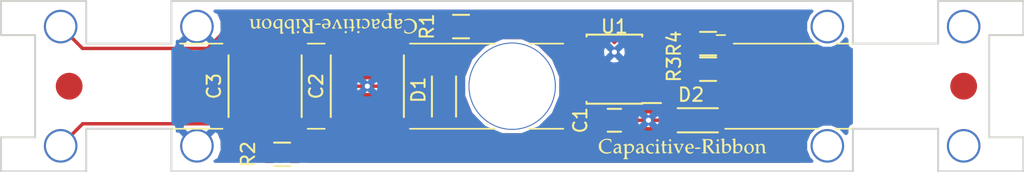
<source format=kicad_pcb>
(kicad_pcb (version 4) (host pcbnew 4.0.5+dfsg1-4)

  (general
    (links 25)
    (no_connects 0)
    (area 101.524999 93.586 177.875001 109.714)
    (thickness 1.6)
    (drawings 45)
    (tracks 53)
    (zones 0)
    (modules 28)
    (nets 8)
  )

  (page USLetter)
  (title_block
    (title GCR-1848)
    (date 2018-07-14)
    (comment 1 "By Charles Thompson")
  )

  (layers
    (0 F.Cu signal)
    (31 B.Cu signal)
    (32 B.Adhes user)
    (33 F.Adhes user)
    (34 B.Paste user)
    (35 F.Paste user)
    (36 B.SilkS user)
    (37 F.SilkS user)
    (38 B.Mask user)
    (39 F.Mask user)
    (40 Dwgs.User user)
    (41 Cmts.User user)
    (42 Eco1.User user)
    (43 Eco2.User user)
    (44 Edge.Cuts user)
    (45 Margin user)
    (46 B.CrtYd user)
    (47 F.CrtYd user)
    (48 B.Fab user)
    (49 F.Fab user)
  )

  (setup
    (last_trace_width 0.254)
    (trace_clearance 0.254)
    (zone_clearance 0.254)
    (zone_45_only no)
    (trace_min 0.2)
    (segment_width 0.127)
    (edge_width 0.15)
    (via_size 0.508)
    (via_drill 0.381)
    (via_min_size 0.4)
    (via_min_drill 0.3)
    (uvia_size 0.3)
    (uvia_drill 0.1)
    (uvias_allowed no)
    (uvia_min_size 0.2)
    (uvia_min_drill 0.1)
    (pcb_text_width 0.3)
    (pcb_text_size 1.5 1.5)
    (mod_edge_width 0.15)
    (mod_text_size 1 1)
    (mod_text_width 0.15)
    (pad_size 2.5 2.5)
    (pad_drill 2.184)
    (pad_to_mask_clearance 0.2)
    (aux_axis_origin 0 0)
    (visible_elements 7FFFFFFF)
    (pcbplotparams
      (layerselection 0x010f0_80000001)
      (usegerberextensions false)
      (excludeedgelayer true)
      (linewidth 0.100000)
      (plotframeref false)
      (viasonmask false)
      (mode 1)
      (useauxorigin false)
      (hpglpennumber 1)
      (hpglpenspeed 20)
      (hpglpendiameter 15)
      (hpglpenoverlay 2)
      (psnegative false)
      (psa4output false)
      (plotreference true)
      (plotvalue false)
      (plotinvisibletext false)
      (padsonsilk false)
      (subtractmaskfromsilk false)
      (outputformat 1)
      (mirror false)
      (drillshape 0)
      (scaleselection 1)
      (outputdirectory gcr-1848/))
  )

  (net 0 "")
  (net 1 +24V)
  (net 2 Earth)
  (net 3 "Net-(C2-Pad1)")
  (net 4 "Net-(C2-Pad2)")
  (net 5 "Net-(C3-Pad1)")
  (net 6 "Net-(D2-Pad1)")
  (net 7 "Net-(C4-Pad2)")

  (net_class Default "This is the default net class."
    (clearance 0.254)
    (trace_width 0.254)
    (via_dia 0.508)
    (via_drill 0.381)
    (uvia_dia 0.3)
    (uvia_drill 0.1)
    (add_net +24V)
    (add_net Earth)
    (add_net "Net-(C2-Pad1)")
    (add_net "Net-(C2-Pad2)")
    (add_net "Net-(C3-Pad1)")
    (add_net "Net-(C4-Pad2)")
    (add_net "Net-(D2-Pad1)")
  )

  (module Capacitors_SMD:C_2220 (layer F.Cu) (tedit 5B4BB75E) (tstamp 5B47FECE)
    (at 128.905 101.6 270)
    (descr "Capacitor SMD 2220, reflow soldering, AVX (see smccp.pdf)")
    (tags "capacitor 2220")
    (path /5B46FD06)
    (attr smd)
    (fp_text reference C2 (at 0 3.81 270) (layer F.SilkS)
      (effects (font (size 1 1) (thickness 0.15)))
    )
    (fp_text value "" (at 0 4 270) (layer F.Fab) hide
      (effects (font (size 1 1) (thickness 0.15)))
    )
    (fp_line (start -2.75 2.5) (end -2.75 -2.5) (layer F.Fab) (width 0.15))
    (fp_line (start 2.75 2.5) (end -2.75 2.5) (layer F.Fab) (width 0.15))
    (fp_line (start 2.75 -2.5) (end 2.75 2.5) (layer F.Fab) (width 0.15))
    (fp_line (start -2.75 -2.5) (end 2.75 -2.5) (layer F.Fab) (width 0.15))
    (fp_line (start -3.6 -2.85) (end 3.6 -2.85) (layer F.CrtYd) (width 0.05))
    (fp_line (start -3.6 2.85) (end 3.6 2.85) (layer F.CrtYd) (width 0.05))
    (fp_line (start -3.6 -2.85) (end -3.6 2.85) (layer F.CrtYd) (width 0.05))
    (fp_line (start 3.6 -2.85) (end 3.6 2.85) (layer F.CrtYd) (width 0.05))
    (fp_line (start 2.3 -2.725) (end -2.3 -2.725) (layer F.SilkS) (width 0.15))
    (fp_line (start -2.3 2.725) (end 2.3 2.725) (layer F.SilkS) (width 0.15))
    (pad 1 smd rect (at -2.8 0 270) (size 1 5) (layers F.Cu F.Paste F.Mask)
      (net 3 "Net-(C2-Pad1)"))
    (pad 2 smd rect (at 2.8 0 270) (size 1 5) (layers F.Cu F.Paste F.Mask)
      (net 4 "Net-(C2-Pad2)"))
    (model Capacitors_SMD.3dshapes/C_2220.wrl
      (at (xyz 0 0 0))
      (scale (xyz 1 1 1))
      (rotate (xyz 0 0 0))
    )
  )

  (module Housings_SOIC:SOIC-8_3.9x4.9mm_Pitch1.27mm (layer F.Cu) (tedit 5B4BB791) (tstamp 5B490C0E)
    (at 147.32 100.33 180)
    (descr "8-Lead Plastic Small Outline (SN) - Narrow, 3.90 mm Body [SOIC] (see Microchip Packaging Specification 00000049BS.pdf)")
    (tags "SOIC 1.27")
    (path /5B46C966)
    (attr smd)
    (fp_text reference U1 (at 0 3.175 180) (layer F.SilkS)
      (effects (font (size 1 1) (thickness 0.15)))
    )
    (fp_text value "" (at 0 3.5 180) (layer F.Fab) hide
      (effects (font (size 1 1) (thickness 0.15)))
    )
    (fp_line (start -0.95 -2.45) (end 1.95 -2.45) (layer F.Fab) (width 0.15))
    (fp_line (start 1.95 -2.45) (end 1.95 2.45) (layer F.Fab) (width 0.15))
    (fp_line (start 1.95 2.45) (end -1.95 2.45) (layer F.Fab) (width 0.15))
    (fp_line (start -1.95 2.45) (end -1.95 -1.45) (layer F.Fab) (width 0.15))
    (fp_line (start -1.95 -1.45) (end -0.95 -2.45) (layer F.Fab) (width 0.15))
    (fp_line (start -3.75 -2.75) (end -3.75 2.75) (layer F.CrtYd) (width 0.05))
    (fp_line (start 3.75 -2.75) (end 3.75 2.75) (layer F.CrtYd) (width 0.05))
    (fp_line (start -3.75 -2.75) (end 3.75 -2.75) (layer F.CrtYd) (width 0.05))
    (fp_line (start -3.75 2.75) (end 3.75 2.75) (layer F.CrtYd) (width 0.05))
    (fp_line (start -2.075 -2.575) (end -2.075 -2.525) (layer F.SilkS) (width 0.15))
    (fp_line (start 2.075 -2.575) (end 2.075 -2.43) (layer F.SilkS) (width 0.15))
    (fp_line (start 2.075 2.575) (end 2.075 2.43) (layer F.SilkS) (width 0.15))
    (fp_line (start -2.075 2.575) (end -2.075 2.43) (layer F.SilkS) (width 0.15))
    (fp_line (start -2.075 -2.575) (end 2.075 -2.575) (layer F.SilkS) (width 0.15))
    (fp_line (start -2.075 2.575) (end 2.075 2.575) (layer F.SilkS) (width 0.15))
    (fp_line (start -2.075 -2.525) (end -3.475 -2.525) (layer F.SilkS) (width 0.15))
    (pad 1 smd rect (at -2.7 -1.905 180) (size 1.55 0.6) (layers F.Cu F.Paste F.Mask))
    (pad 2 smd rect (at -2.7 -0.635 180) (size 1.55 0.6) (layers F.Cu F.Paste F.Mask)
      (net 4 "Net-(C2-Pad2)"))
    (pad 3 smd rect (at -2.7 0.635 180) (size 1.55 0.6) (layers F.Cu F.Paste F.Mask)
      (net 7 "Net-(C4-Pad2)"))
    (pad 4 smd rect (at -2.7 1.905 180) (size 1.55 0.6) (layers F.Cu F.Paste F.Mask)
      (net 2 Earth))
    (pad 5 smd rect (at 2.7 1.905 180) (size 1.55 0.6) (layers F.Cu F.Paste F.Mask)
      (net 2 Earth))
    (pad 6 smd rect (at 2.7 0.635 180) (size 1.55 0.6) (layers F.Cu F.Paste F.Mask)
      (net 4 "Net-(C2-Pad2)"))
    (pad 7 smd rect (at 2.7 -0.635 180) (size 1.55 0.6) (layers F.Cu F.Paste F.Mask)
      (net 1 +24V))
    (pad 8 smd rect (at 2.7 -1.905 180) (size 1.55 0.6) (layers F.Cu F.Paste F.Mask))
    (model Housings_SOIC.3dshapes/SOIC-8_3.9x4.9mm_Pitch1.27mm.wrl
      (at (xyz 0 0 0))
      (scale (xyz 1 1 1))
      (rotate (xyz 0 0 0))
    )
  )

  (module gcr-1848:0.25in_hole (layer F.Cu) (tedit 5B481ADA) (tstamp 5B480690)
    (at 139.7 101.6)
    (fp_text reference "" (at 0 2.54) (layer F.SilkS) hide
      (effects (font (size 1 1) (thickness 0.15)))
    )
    (fp_text value "" (at 0 -2.54) (layer F.Fab) hide
      (effects (font (size 1 1) (thickness 0.15)))
    )
    (pad ~ thru_hole circle (at 0 0) (size 6.5 6.5) (drill 6.35) (layers *.Cu))
  )

  (module Capacitors_SMD:C_0805 (layer F.Cu) (tedit 5B4BB502) (tstamp 5B47FEBE)
    (at 147.32 104.14 180)
    (descr "Capacitor SMD 0805, reflow soldering, AVX (see smccp.pdf)")
    (tags "capacitor 0805")
    (path /5B46C6FF)
    (attr smd)
    (fp_text reference C1 (at 2.54 0 270) (layer F.SilkS)
      (effects (font (size 1 1) (thickness 0.15)))
    )
    (fp_text value "" (at 0 2.1 180) (layer F.Fab) hide
      (effects (font (size 1 1) (thickness 0.15)))
    )
    (fp_line (start -1 0.625) (end -1 -0.625) (layer F.Fab) (width 0.15))
    (fp_line (start 1 0.625) (end -1 0.625) (layer F.Fab) (width 0.15))
    (fp_line (start 1 -0.625) (end 1 0.625) (layer F.Fab) (width 0.15))
    (fp_line (start -1 -0.625) (end 1 -0.625) (layer F.Fab) (width 0.15))
    (fp_line (start -1.8 -1) (end 1.8 -1) (layer F.CrtYd) (width 0.05))
    (fp_line (start -1.8 1) (end 1.8 1) (layer F.CrtYd) (width 0.05))
    (fp_line (start -1.8 -1) (end -1.8 1) (layer F.CrtYd) (width 0.05))
    (fp_line (start 1.8 -1) (end 1.8 1) (layer F.CrtYd) (width 0.05))
    (fp_line (start 0.5 -0.85) (end -0.5 -0.85) (layer F.SilkS) (width 0.15))
    (fp_line (start -0.5 0.85) (end 0.5 0.85) (layer F.SilkS) (width 0.15))
    (pad 1 smd rect (at -1 0 180) (size 1 1.25) (layers F.Cu F.Paste F.Mask)
      (net 2 Earth))
    (pad 2 smd rect (at 1 0 180) (size 1 1.25) (layers F.Cu F.Paste F.Mask)
      (net 1 +24V))
    (model Capacitors_SMD.3dshapes/C_0805.wrl
      (at (xyz 0 0 0))
      (scale (xyz 1 1 1))
      (rotate (xyz 0 0 0))
    )
  )

  (module Capacitors_SMD:C_2220 (layer F.Cu) (tedit 5B4BB763) (tstamp 5B47FEDE)
    (at 121.285 101.6 90)
    (descr "Capacitor SMD 2220, reflow soldering, AVX (see smccp.pdf)")
    (tags "capacitor 2220")
    (path /5B46F852)
    (attr smd)
    (fp_text reference C3 (at 0 -3.81 90) (layer F.SilkS)
      (effects (font (size 1 1) (thickness 0.15)))
    )
    (fp_text value "" (at 0 4 90) (layer F.Fab) hide
      (effects (font (size 1 1) (thickness 0.15)))
    )
    (fp_line (start -2.75 2.5) (end -2.75 -2.5) (layer F.Fab) (width 0.15))
    (fp_line (start 2.75 2.5) (end -2.75 2.5) (layer F.Fab) (width 0.15))
    (fp_line (start 2.75 -2.5) (end 2.75 2.5) (layer F.Fab) (width 0.15))
    (fp_line (start -2.75 -2.5) (end 2.75 -2.5) (layer F.Fab) (width 0.15))
    (fp_line (start -3.6 -2.85) (end 3.6 -2.85) (layer F.CrtYd) (width 0.05))
    (fp_line (start -3.6 2.85) (end 3.6 2.85) (layer F.CrtYd) (width 0.05))
    (fp_line (start -3.6 -2.85) (end -3.6 2.85) (layer F.CrtYd) (width 0.05))
    (fp_line (start 3.6 -2.85) (end 3.6 2.85) (layer F.CrtYd) (width 0.05))
    (fp_line (start 2.3 -2.725) (end -2.3 -2.725) (layer F.SilkS) (width 0.15))
    (fp_line (start -2.3 2.725) (end 2.3 2.725) (layer F.SilkS) (width 0.15))
    (pad 1 smd rect (at -2.8 0 90) (size 1 5) (layers F.Cu F.Paste F.Mask)
      (net 5 "Net-(C3-Pad1)"))
    (pad 2 smd rect (at 2.8 0 90) (size 1 5) (layers F.Cu F.Paste F.Mask)
      (net 2 Earth))
    (model Capacitors_SMD.3dshapes/C_2220.wrl
      (at (xyz 0 0 0))
      (scale (xyz 1 1 1))
      (rotate (xyz 0 0 0))
    )
  )

  (module Diodes_SMD:SOD-123 locked (layer F.Cu) (tedit 5B49088A) (tstamp 5B47FEF5)
    (at 134.62 101.87 90)
    (descr SOD-123)
    (tags SOD-123)
    (path /5B46F594)
    (attr smd)
    (fp_text reference D1 (at 0 -1.905 90) (layer F.SilkS)
      (effects (font (size 1 1) (thickness 0.15)))
    )
    (fp_text value 24V (at 0 2.1 90) (layer F.Fab) hide
      (effects (font (size 1 1) (thickness 0.15)))
    )
    (fp_line (start 0.25 0) (end 0.75 0) (layer F.Fab) (width 0.15))
    (fp_line (start 0.25 0.4) (end -0.35 0) (layer F.Fab) (width 0.15))
    (fp_line (start 0.25 -0.4) (end 0.25 0.4) (layer F.Fab) (width 0.15))
    (fp_line (start -0.35 0) (end 0.25 -0.4) (layer F.Fab) (width 0.15))
    (fp_line (start -0.35 0) (end -0.35 0.55) (layer F.Fab) (width 0.15))
    (fp_line (start -0.35 0) (end -0.35 -0.55) (layer F.Fab) (width 0.15))
    (fp_line (start -0.75 0) (end -0.35 0) (layer F.Fab) (width 0.15))
    (fp_line (start -1.35 0.8) (end -1.35 -0.8) (layer F.Fab) (width 0.15))
    (fp_line (start 1.35 0.8) (end -1.35 0.8) (layer F.Fab) (width 0.15))
    (fp_line (start 1.35 -0.8) (end 1.35 0.8) (layer F.Fab) (width 0.15))
    (fp_line (start -1.35 -0.8) (end 1.35 -0.8) (layer F.Fab) (width 0.15))
    (fp_line (start -2.25 -1.05) (end 2.25 -1.05) (layer F.CrtYd) (width 0.05))
    (fp_line (start 2.25 -1.05) (end 2.25 1.05) (layer F.CrtYd) (width 0.05))
    (fp_line (start 2.25 1.05) (end -2.25 1.05) (layer F.CrtYd) (width 0.05))
    (fp_line (start -2.25 -1.05) (end -2.25 1.05) (layer F.CrtYd) (width 0.05))
    (fp_line (start -2 0.9) (end 1 0.9) (layer F.SilkS) (width 0.15))
    (fp_line (start -2 -0.9) (end 1 -0.9) (layer F.SilkS) (width 0.15))
    (pad 1 smd rect (at -1.635 0 90) (size 0.91 1.22) (layers F.Cu F.Paste F.Mask)
      (net 1 +24V))
    (pad 2 smd rect (at 1.635 0 90) (size 0.91 1.22) (layers F.Cu F.Paste F.Mask)
      (net 2 Earth))
    (model ${KISYS3DMOD}/Diodes_SMD.3dshapes/SOD-123.wrl
      (at (xyz 0 0 0))
      (scale (xyz 1 1 1))
      (rotate (xyz 0 0 0))
    )
  )

  (module Diodes_SMD:SOD-123 (layer F.Cu) (tedit 5B4BB6FA) (tstamp 5B47FF0C)
    (at 153.035 104.14 180)
    (descr SOD-123)
    (tags SOD-123)
    (path /5B46BE5A)
    (attr smd)
    (fp_text reference D2 (at 0 1.905 360) (layer F.SilkS)
      (effects (font (size 1 1) (thickness 0.15)))
    )
    (fp_text value "" (at 0 2.1 180) (layer F.Fab)
      (effects (font (size 1 1) (thickness 0.15)))
    )
    (fp_line (start 0.25 0) (end 0.75 0) (layer F.Fab) (width 0.15))
    (fp_line (start 0.25 0.4) (end -0.35 0) (layer F.Fab) (width 0.15))
    (fp_line (start 0.25 -0.4) (end 0.25 0.4) (layer F.Fab) (width 0.15))
    (fp_line (start -0.35 0) (end 0.25 -0.4) (layer F.Fab) (width 0.15))
    (fp_line (start -0.35 0) (end -0.35 0.55) (layer F.Fab) (width 0.15))
    (fp_line (start -0.35 0) (end -0.35 -0.55) (layer F.Fab) (width 0.15))
    (fp_line (start -0.75 0) (end -0.35 0) (layer F.Fab) (width 0.15))
    (fp_line (start -1.35 0.8) (end -1.35 -0.8) (layer F.Fab) (width 0.15))
    (fp_line (start 1.35 0.8) (end -1.35 0.8) (layer F.Fab) (width 0.15))
    (fp_line (start 1.35 -0.8) (end 1.35 0.8) (layer F.Fab) (width 0.15))
    (fp_line (start -1.35 -0.8) (end 1.35 -0.8) (layer F.Fab) (width 0.15))
    (fp_line (start -2.25 -1.05) (end 2.25 -1.05) (layer F.CrtYd) (width 0.05))
    (fp_line (start 2.25 -1.05) (end 2.25 1.05) (layer F.CrtYd) (width 0.05))
    (fp_line (start 2.25 1.05) (end -2.25 1.05) (layer F.CrtYd) (width 0.05))
    (fp_line (start -2.25 -1.05) (end -2.25 1.05) (layer F.CrtYd) (width 0.05))
    (fp_line (start -2 0.9) (end 1 0.9) (layer F.SilkS) (width 0.15))
    (fp_line (start -2 -0.9) (end 1 -0.9) (layer F.SilkS) (width 0.15))
    (pad 1 smd rect (at -1.635 0 180) (size 0.91 1.22) (layers F.Cu F.Paste F.Mask)
      (net 6 "Net-(D2-Pad1)"))
    (pad 2 smd rect (at 1.635 0 180) (size 0.91 1.22) (layers F.Cu F.Paste F.Mask)
      (net 2 Earth))
    (model ${KISYS3DMOD}/Diodes_SMD.3dshapes/SOD-123.wrl
      (at (xyz 0 0 0))
      (scale (xyz 1 1 1))
      (rotate (xyz 0 0 0))
    )
  )

  (module Resistors_SMD:R_0805 (layer F.Cu) (tedit 5B4BB74C) (tstamp 5B47FF1C)
    (at 135.89 97.155 180)
    (descr "Resistor SMD 0805, reflow soldering, Vishay (see dcrcw.pdf)")
    (tags "resistor 0805")
    (path /5B46F116)
    (attr smd)
    (fp_text reference R1 (at 2.54 0 270) (layer F.SilkS)
      (effects (font (size 1 1) (thickness 0.15)))
    )
    (fp_text value "" (at 0 2.1 180) (layer F.Fab) hide
      (effects (font (size 1 1) (thickness 0.15)))
    )
    (fp_line (start -1 0.625) (end -1 -0.625) (layer F.Fab) (width 0.1))
    (fp_line (start 1 0.625) (end -1 0.625) (layer F.Fab) (width 0.1))
    (fp_line (start 1 -0.625) (end 1 0.625) (layer F.Fab) (width 0.1))
    (fp_line (start -1 -0.625) (end 1 -0.625) (layer F.Fab) (width 0.1))
    (fp_line (start -1.6 -1) (end 1.6 -1) (layer F.CrtYd) (width 0.05))
    (fp_line (start -1.6 1) (end 1.6 1) (layer F.CrtYd) (width 0.05))
    (fp_line (start -1.6 -1) (end -1.6 1) (layer F.CrtYd) (width 0.05))
    (fp_line (start 1.6 -1) (end 1.6 1) (layer F.CrtYd) (width 0.05))
    (fp_line (start 0.6 0.875) (end -0.6 0.875) (layer F.SilkS) (width 0.15))
    (fp_line (start -0.6 -0.875) (end 0.6 -0.875) (layer F.SilkS) (width 0.15))
    (pad 1 smd rect (at -0.95 0 180) (size 0.7 1.3) (layers F.Cu F.Paste F.Mask)
      (net 1 +24V))
    (pad 2 smd rect (at 0.95 0 180) (size 0.7 1.3) (layers F.Cu F.Paste F.Mask)
      (net 3 "Net-(C2-Pad1)"))
    (model Resistors_SMD.3dshapes/R_0805.wrl
      (at (xyz 0 0 0))
      (scale (xyz 1 1 1))
      (rotate (xyz 0 0 0))
    )
  )

  (module Resistors_SMD:R_0805 (layer F.Cu) (tedit 5B4BB759) (tstamp 5B47FF2C)
    (at 122.555 106.68 180)
    (descr "Resistor SMD 0805, reflow soldering, Vishay (see dcrcw.pdf)")
    (tags "resistor 0805")
    (path /5B46F340)
    (attr smd)
    (fp_text reference R2 (at 2.54 0 270) (layer F.SilkS)
      (effects (font (size 1 1) (thickness 0.15)))
    )
    (fp_text value "" (at 0 2.1 180) (layer F.Fab) hide
      (effects (font (size 1 1) (thickness 0.15)))
    )
    (fp_line (start -1 0.625) (end -1 -0.625) (layer F.Fab) (width 0.1))
    (fp_line (start 1 0.625) (end -1 0.625) (layer F.Fab) (width 0.1))
    (fp_line (start 1 -0.625) (end 1 0.625) (layer F.Fab) (width 0.1))
    (fp_line (start -1 -0.625) (end 1 -0.625) (layer F.Fab) (width 0.1))
    (fp_line (start -1.6 -1) (end 1.6 -1) (layer F.CrtYd) (width 0.05))
    (fp_line (start -1.6 1) (end 1.6 1) (layer F.CrtYd) (width 0.05))
    (fp_line (start -1.6 -1) (end -1.6 1) (layer F.CrtYd) (width 0.05))
    (fp_line (start 1.6 -1) (end 1.6 1) (layer F.CrtYd) (width 0.05))
    (fp_line (start 0.6 0.875) (end -0.6 0.875) (layer F.SilkS) (width 0.15))
    (fp_line (start -0.6 -0.875) (end 0.6 -0.875) (layer F.SilkS) (width 0.15))
    (pad 1 smd rect (at -0.95 0 180) (size 0.7 1.3) (layers F.Cu F.Paste F.Mask)
      (net 1 +24V))
    (pad 2 smd rect (at 0.95 0 180) (size 0.7 1.3) (layers F.Cu F.Paste F.Mask)
      (net 5 "Net-(C3-Pad1)"))
    (model Resistors_SMD.3dshapes/R_0805.wrl
      (at (xyz 0 0 0))
      (scale (xyz 1 1 1))
      (rotate (xyz 0 0 0))
    )
  )

  (module Resistors_SMD:R_0805 (layer F.Cu) (tedit 5B4BB701) (tstamp 5B47FF3C)
    (at 154.305 100.33)
    (descr "Resistor SMD 0805, reflow soldering, Vishay (see dcrcw.pdf)")
    (tags "resistor 0805")
    (path /5B46BF5B)
    (attr smd)
    (fp_text reference R3 (at -2.54 0 90) (layer F.SilkS)
      (effects (font (size 1 1) (thickness 0.15)))
    )
    (fp_text value "" (at 0 2.1) (layer F.Fab) hide
      (effects (font (size 1 1) (thickness 0.15)))
    )
    (fp_line (start -1 0.625) (end -1 -0.625) (layer F.Fab) (width 0.1))
    (fp_line (start 1 0.625) (end -1 0.625) (layer F.Fab) (width 0.1))
    (fp_line (start 1 -0.625) (end 1 0.625) (layer F.Fab) (width 0.1))
    (fp_line (start -1 -0.625) (end 1 -0.625) (layer F.Fab) (width 0.1))
    (fp_line (start -1.6 -1) (end 1.6 -1) (layer F.CrtYd) (width 0.05))
    (fp_line (start -1.6 1) (end 1.6 1) (layer F.CrtYd) (width 0.05))
    (fp_line (start -1.6 -1) (end -1.6 1) (layer F.CrtYd) (width 0.05))
    (fp_line (start 1.6 -1) (end 1.6 1) (layer F.CrtYd) (width 0.05))
    (fp_line (start 0.6 0.875) (end -0.6 0.875) (layer F.SilkS) (width 0.15))
    (fp_line (start -0.6 -0.875) (end 0.6 -0.875) (layer F.SilkS) (width 0.15))
    (pad 1 smd rect (at -0.95 0) (size 0.7 1.3) (layers F.Cu F.Paste F.Mask)
      (net 1 +24V))
    (pad 2 smd rect (at 0.95 0) (size 0.7 1.3) (layers F.Cu F.Paste F.Mask)
      (net 6 "Net-(D2-Pad1)"))
    (model Resistors_SMD.3dshapes/R_0805.wrl
      (at (xyz 0 0 0))
      (scale (xyz 1 1 1))
      (rotate (xyz 0 0 0))
    )
  )

  (module Resistors_SMD:R_0805 (layer F.Cu) (tedit 5B4BB70F) (tstamp 5B47FF4C)
    (at 154.305 98.425 180)
    (descr "Resistor SMD 0805, reflow soldering, Vishay (see dcrcw.pdf)")
    (tags "resistor 0805")
    (path /5B46BAAD)
    (attr smd)
    (fp_text reference R4 (at 2.54 0 270) (layer F.SilkS)
      (effects (font (size 1 1) (thickness 0.15)))
    )
    (fp_text value "" (at 0 2.1 180) (layer F.Fab) hide
      (effects (font (size 1 1) (thickness 0.15)))
    )
    (fp_line (start -1 0.625) (end -1 -0.625) (layer F.Fab) (width 0.1))
    (fp_line (start 1 0.625) (end -1 0.625) (layer F.Fab) (width 0.1))
    (fp_line (start 1 -0.625) (end 1 0.625) (layer F.Fab) (width 0.1))
    (fp_line (start -1 -0.625) (end 1 -0.625) (layer F.Fab) (width 0.1))
    (fp_line (start -1.6 -1) (end 1.6 -1) (layer F.CrtYd) (width 0.05))
    (fp_line (start -1.6 1) (end 1.6 1) (layer F.CrtYd) (width 0.05))
    (fp_line (start -1.6 -1) (end -1.6 1) (layer F.CrtYd) (width 0.05))
    (fp_line (start 1.6 -1) (end 1.6 1) (layer F.CrtYd) (width 0.05))
    (fp_line (start 0.6 0.875) (end -0.6 0.875) (layer F.SilkS) (width 0.15))
    (fp_line (start -0.6 -0.875) (end 0.6 -0.875) (layer F.SilkS) (width 0.15))
    (pad 1 smd rect (at -0.95 0 180) (size 0.7 1.3) (layers F.Cu F.Paste F.Mask)
      (net 6 "Net-(D2-Pad1)"))
    (pad 2 smd rect (at 0.95 0 180) (size 0.7 1.3) (layers F.Cu F.Paste F.Mask)
      (net 7 "Net-(C4-Pad2)"))
    (model Resistors_SMD.3dshapes/R_0805.wrl
      (at (xyz 0 0 0))
      (scale (xyz 1 1 1))
      (rotate (xyz 0 0 0))
    )
  )

  (module gcr-1848:crbitmap (layer F.Cu) (tedit 5B4819F5) (tstamp 5B4819E5)
    (at 152.4 106.045)
    (fp_text reference "" (at 0 0) (layer F.SilkS) hide
      (effects (font (thickness 0.3)))
    )
    (fp_text value "" (at 0.75 0) (layer F.SilkS) hide
      (effects (font (thickness 0.3)))
    )
    (fp_poly (pts (xy -3.803195 -0.132486) (xy -3.713708 -0.079192) (xy -3.645708 0.000554) (xy -3.609816 0.1018)
      (xy -3.6068 0.143119) (xy -3.630452 0.264072) (xy -3.69441 0.375487) (xy -3.788183 0.467675)
      (xy -3.901278 0.530949) (xy -4.023202 0.555619) (xy -4.052576 0.554723) (xy -4.167518 0.545581)
      (xy -4.160209 0.73634) (xy -4.155237 0.834022) (xy -4.147215 0.891994) (xy -4.132549 0.921344)
      (xy -4.107646 0.933158) (xy -4.09575 0.935216) (xy -4.051088 0.95049) (xy -4.0386 0.966966)
      (xy -4.061923 0.978262) (xy -4.123615 0.986619) (xy -4.211268 0.990496) (xy -4.2291 0.9906)
      (xy -4.320159 0.988227) (xy -4.387519 0.981951) (xy -4.418768 0.973035) (xy -4.4196 0.971223)
      (xy -4.399171 0.947441) (xy -4.36245 0.926773) (xy -4.342378 0.916441) (xy -4.327659 0.900857)
      (xy -4.317463 0.872832) (xy -4.31096 0.825177) (xy -4.307321 0.750702) (xy -4.305714 0.642219)
      (xy -4.305311 0.492538) (xy -4.3053 0.4318) (xy -4.305452 0.266809) (xy -4.305833 0.22089)
      (xy -4.1656 0.22089) (xy -4.163108 0.326444) (xy -4.154102 0.393055) (xy -4.136288 0.432407)
      (xy -4.12115 0.447242) (xy -4.05098 0.474911) (xy -3.960639 0.479493) (xy -3.875076 0.461241)
      (xy -3.842996 0.444421) (xy -3.780191 0.37198) (xy -3.747305 0.273829) (xy -3.745374 0.16605)
      (xy -3.775437 0.064725) (xy -3.814819 0.007571) (xy -3.888865 -0.037748) (xy -3.982623 -0.050736)
      (xy -4.075576 -0.030079) (xy -4.109149 -0.01126) (xy -4.138369 0.014967) (xy -4.155405 0.051381)
      (xy -4.163422 0.110999) (xy -4.165584 0.206837) (xy -4.1656 0.22089) (xy -4.305833 0.22089)
      (xy -4.306458 0.145682) (xy -4.309148 0.061479) (xy -4.314353 0.007265) (xy -4.3229 -0.023898)
      (xy -4.335621 -0.038948) (xy -4.353343 -0.044822) (xy -4.36245 -0.046217) (xy -4.411142 -0.060735)
      (xy -4.411896 -0.081566) (xy -4.366746 -0.105874) (xy -4.306753 -0.123985) (xy -4.227047 -0.143524)
      (xy -4.184905 -0.148291) (xy -4.168391 -0.134917) (xy -4.165564 -0.100033) (xy -4.1656 -0.084148)
      (xy -4.1656 -0.015896) (xy -4.094361 -0.084148) (xy -4.004143 -0.139915) (xy -3.903548 -0.154377)
      (xy -3.803195 -0.132486)) (layer F.SilkS) (width 0.01))
    (fp_poly (pts (xy -5.524318 -0.523155) (xy -5.43401 -0.505107) (xy -5.357721 -0.481186) (xy -5.308957 -0.455367)
      (xy -5.298441 -0.43815) (xy -5.301211 -0.392311) (xy -5.304526 -0.323605) (xy -5.304791 -0.3175)
      (xy -5.315616 -0.25439) (xy -5.334703 -0.230163) (xy -5.352467 -0.247558) (xy -5.3594 -0.301906)
      (xy -5.370165 -0.358304) (xy -5.411283 -0.397942) (xy -5.445789 -0.416206) (xy -5.5806 -0.455162)
      (xy -5.718642 -0.451664) (xy -5.848077 -0.409159) (xy -5.957063 -0.331098) (xy -6.019488 -0.249127)
      (xy -6.050264 -0.184612) (xy -6.065778 -0.118868) (xy -6.069148 -0.033022) (xy -6.06664 0.035989)
      (xy -6.05804 0.142565) (xy -6.041733 0.216711) (xy -6.012427 0.276736) (xy -5.986445 0.313536)
      (xy -5.922938 0.382376) (xy -5.852315 0.439067) (xy -5.834337 0.449812) (xy -5.737826 0.481071)
      (xy -5.616381 0.492996) (xy -5.492029 0.485618) (xy -5.386802 0.458969) (xy -5.36575 0.449133)
      (xy -5.306775 0.425778) (xy -5.284023 0.433949) (xy -5.301433 0.469724) (xy -5.322158 0.492528)
      (xy -5.392439 0.535084) (xy -5.496268 0.565109) (xy -5.617469 0.580489) (xy -5.739869 0.579111)
      (xy -5.842165 0.560467) (xy -5.999835 0.489081) (xy -6.121041 0.38502) (xy -6.202797 0.253818)
      (xy -6.242118 0.101008) (xy -6.236017 -0.067878) (xy -6.219935 -0.139617) (xy -6.161998 -0.259455)
      (xy -6.064397 -0.365453) (xy -5.937791 -0.450704) (xy -5.79284 -0.508305) (xy -5.640205 -0.531351)
      (xy -5.61514 -0.531356) (xy -5.524318 -0.523155)) (layer F.SilkS) (width 0.01))
    (fp_poly (pts (xy -4.735785 -0.145922) (xy -4.683156 -0.120639) (xy -4.650044 -0.085475) (xy -4.625222 -0.047108)
      (xy -4.609554 -0.000395) (xy -4.601053 0.066724) (xy -4.597736 0.166308) (xy -4.5974 0.234403)
      (xy -4.596571 0.350415) (xy -4.592845 0.425352) (xy -4.58437 0.468928) (xy -4.569293 0.490859)
      (xy -4.5466 0.50064) (xy -4.501118 0.52026) (xy -4.501318 0.539504) (xy -4.542253 0.553839)
      (xy -4.6101 0.5588) (xy -4.681529 0.555476) (xy -4.715305 0.541674) (xy -4.724357 0.511649)
      (xy -4.7244 0.508) (xy -4.727728 0.471235) (xy -4.744145 0.461434) (xy -4.783303 0.479607)
      (xy -4.845944 0.5207) (xy -4.91422 0.563623) (xy -4.962514 0.579394) (xy -5.011101 0.571846)
      (xy -5.04659 0.558622) (xy -5.11434 0.506246) (xy -5.147167 0.42351) (xy -5.144816 0.341073)
      (xy -5.020008 0.341073) (xy -5.016393 0.379909) (xy -4.993436 0.4191) (xy -4.938819 0.47151)
      (xy -4.873289 0.475729) (xy -4.793837 0.431917) (xy -4.791326 0.429956) (xy -4.743128 0.377162)
      (xy -4.725369 0.308123) (xy -4.7244 0.277556) (xy -4.728989 0.211567) (xy -4.747053 0.182807)
      (xy -4.773547 0.1778) (xy -4.877511 0.199404) (xy -4.964919 0.25707) (xy -4.992693 0.290966)
      (xy -5.020008 0.341073) (xy -5.144816 0.341073) (xy -5.144812 0.340955) (xy -5.117012 0.266536)
      (xy -5.060592 0.211878) (xy -4.967511 0.171292) (xy -4.870801 0.147074) (xy -4.787022 0.126918)
      (xy -4.742429 0.106362) (xy -4.725775 0.078899) (xy -4.7244 0.062354) (xy -4.745323 -0.007933)
      (xy -4.798748 -0.054616) (xy -4.870658 -0.074503) (xy -4.947039 -0.064406) (xy -5.013875 -0.021135)
      (xy -5.026277 -0.00635) (xy -5.078391 0.0635) (xy -5.079196 -0.005698) (xy -5.056698 -0.071655)
      (xy -4.991909 -0.120194) (xy -4.891452 -0.147619) (xy -4.816405 -0.1524) (xy -4.735785 -0.145922)) (layer F.SilkS) (width 0.01))
    (fp_poly (pts (xy -3.058592 -0.145179) (xy -2.997409 -0.120757) (xy -2.957021 -0.071799) (xy -2.933487 0.008644)
      (xy -2.922866 0.127521) (xy -2.921 0.242008) (xy -2.92012 0.355994) (xy -2.916185 0.429066)
      (xy -2.907256 0.471097) (xy -2.891395 0.49196) (xy -2.8702 0.50064) (xy -2.824718 0.52026)
      (xy -2.824918 0.539504) (xy -2.865853 0.553839) (xy -2.9337 0.5588) (xy -3.005129 0.555476)
      (xy -3.038905 0.541674) (xy -3.047957 0.511649) (xy -3.048 0.508) (xy -3.050429 0.471869)
      (xy -3.064471 0.461571) (xy -3.100262 0.478208) (xy -3.164717 0.5207) (xy -3.234568 0.564077)
      (xy -3.285283 0.579546) (xy -3.337501 0.570806) (xy -3.37222 0.557871) (xy -3.428796 0.511)
      (xy -3.464827 0.435675) (xy -3.470994 0.354456) (xy -3.3274 0.354456) (xy -3.310289 0.433661)
      (xy -3.263685 0.47466) (xy -3.19468 0.474491) (xy -3.123502 0.439622) (xy -3.060588 0.389494)
      (xy -3.031202 0.338392) (xy -3.023115 0.263281) (xy -3.022989 0.250349) (xy -3.0226 0.157799)
      (xy -3.130175 0.18197) (xy -3.241525 0.221103) (xy -3.306709 0.278812) (xy -3.3274 0.354456)
      (xy -3.470994 0.354456) (xy -3.471108 0.352963) (xy -3.468202 0.338244) (xy -3.421177 0.253411)
      (xy -3.328369 0.189225) (xy -3.19562 0.147326) (xy -3.111435 0.127131) (xy -3.066462 0.106663)
      (xy -3.049492 0.07947) (xy -3.048 0.062354) (xy -3.068923 -0.007933) (xy -3.122348 -0.054616)
      (xy -3.194258 -0.074503) (xy -3.270639 -0.064406) (xy -3.337475 -0.021135) (xy -3.349877 -0.00635)
      (xy -3.401991 0.0635) (xy -3.402796 -0.005698) (xy -3.380305 -0.071493) (xy -3.315954 -0.120124)
      (xy -3.216976 -0.147495) (xy -3.144512 -0.152012) (xy -3.058592 -0.145179)) (layer F.SilkS) (width 0.01))
    (fp_poly (pts (xy -2.212485 -0.139651) (xy -2.187629 -0.128728) (xy -2.157218 -0.095462) (xy -2.15212 -0.033488)
      (xy -2.153978 -0.014428) (xy -2.167904 0.045462) (xy -2.187204 0.074731) (xy -2.203813 0.067493)
      (xy -2.2098 0.026293) (xy -2.232782 -0.027504) (xy -2.294139 -0.063992) (xy -2.3749 -0.0762)
      (xy -2.470147 -0.058473) (xy -2.53474 -0.002062) (xy -2.56551 0.063831) (xy -2.584816 0.182724)
      (xy -2.567708 0.293809) (xy -2.520557 0.389003) (xy -2.449735 0.460219) (xy -2.361613 0.499372)
      (xy -2.262564 0.498377) (xy -2.230721 0.488684) (xy -2.179557 0.473984) (xy -2.16049 0.484934)
      (xy -2.159 0.498135) (xy -2.181627 0.538752) (xy -2.24093 0.566461) (xy -2.324048 0.579596)
      (xy -2.418118 0.576495) (xy -2.510277 0.555492) (xy -2.53315 0.546542) (xy -2.625303 0.480708)
      (xy -2.686948 0.383017) (xy -2.714644 0.264599) (xy -2.704949 0.136586) (xy -2.682009 0.065107)
      (xy -2.62352 -0.018433) (xy -2.53257 -0.086464) (xy -2.423911 -0.1332) (xy -2.312298 -0.152857)
      (xy -2.212485 -0.139651)) (layer F.SilkS) (width 0.01))
    (fp_poly (pts (xy 0.668376 -0.142703) (xy 0.712606 -0.126248) (xy 0.767924 -0.07455) (xy 0.813426 0.005294)
      (xy 0.8371 0.09068) (xy 0.8382 0.110076) (xy 0.830385 0.150198) (xy 0.801752 0.177117)
      (xy 0.744516 0.193251) (xy 0.650889 0.201021) (xy 0.53975 0.202853) (xy 0.444408 0.204268)
      (xy 0.389121 0.2101) (xy 0.363158 0.223402) (xy 0.355792 0.247228) (xy 0.3556 0.255261)
      (xy 0.378018 0.355222) (xy 0.437442 0.433742) (xy 0.522124 0.483656) (xy 0.620317 0.497801)
      (xy 0.712617 0.472999) (xy 0.780288 0.445407) (xy 0.809934 0.448576) (xy 0.800249 0.482347)
      (xy 0.799542 0.483501) (xy 0.755515 0.520009) (xy 0.680312 0.553669) (xy 0.593373 0.577283)
      (xy 0.527865 0.584105) (xy 0.448744 0.57032) (xy 0.367412 0.536849) (xy 0.360421 0.532748)
      (xy 0.27506 0.453426) (xy 0.222834 0.348033) (xy 0.203711 0.228977) (xy 0.217659 0.108665)
      (xy 0.229572 0.080989) (xy 0.3556 0.080989) (xy 0.3556 0.1524) (xy 0.709929 0.1524)
      (xy 0.694378 0.06985) (xy 0.658315 -0.029643) (xy 0.596627 -0.087204) (xy 0.530452 -0.1016)
      (xy 0.450901 -0.078696) (xy 0.388366 -0.019796) (xy 0.356945 0.060379) (xy 0.3556 0.080989)
      (xy 0.229572 0.080989) (xy 0.264647 -0.000495) (xy 0.344643 -0.086095) (xy 0.362033 -0.097728)
      (xy 0.457273 -0.136562) (xy 0.566816 -0.152158) (xy 0.668376 -0.142703)) (layer F.SilkS) (width 0.01))
    (fp_poly (pts (xy 5.10285 -0.132911) (xy 5.208577 -0.075558) (xy 5.279177 0.01799) (xy 5.313036 0.146061)
      (xy 5.315887 0.212317) (xy 5.291432 0.34484) (xy 5.225395 0.453066) (xy 5.123558 0.531056)
      (xy 4.991706 0.572873) (xy 4.961242 0.57646) (xy 4.862037 0.576019) (xy 4.783341 0.550703)
      (xy 4.754621 0.534257) (xy 4.665543 0.45027) (xy 4.613894 0.338704) (xy 4.601848 0.208552)
      (xy 4.610094 0.169786) (xy 4.7498 0.169786) (xy 4.76409 0.296137) (xy 4.802845 0.400732)
      (xy 4.859889 0.478246) (xy 4.929044 0.523351) (xy 5.004136 0.530721) (xy 5.078989 0.49503)
      (xy 5.101978 0.473542) (xy 5.156234 0.386171) (xy 5.179423 0.282181) (xy 5.174649 0.172585)
      (xy 5.145015 0.068396) (xy 5.093626 -0.019372) (xy 5.023586 -0.079705) (xy 4.939885 -0.1016)
      (xy 4.850438 -0.080213) (xy 4.788641 -0.017015) (xy 4.755506 0.086548) (xy 4.7498 0.169786)
      (xy 4.610094 0.169786) (xy 4.631576 0.068808) (xy 4.638062 0.051801) (xy 4.705407 -0.053977)
      (xy 4.805894 -0.122634) (xy 4.935423 -0.151597) (xy 4.963609 -0.1524) (xy 5.10285 -0.132911)) (layer F.SilkS) (width 0.01))
    (fp_poly (pts (xy -1.822276 -0.14113) (xy -1.811907 -0.116941) (xy -1.805525 -0.066506) (xy -1.801541 0.017942)
      (xy -1.798367 0.144172) (xy -1.79783 0.168691) (xy -1.794529 0.302575) (xy -1.790448 0.394043)
      (xy -1.783977 0.451475) (xy -1.773507 0.483248) (xy -1.75743 0.497741) (xy -1.734136 0.503333)
      (xy -1.73355 0.503416) (xy -1.688888 0.51869) (xy -1.6764 0.535166) (xy -1.699723 0.546462)
      (xy -1.761415 0.554819) (xy -1.849068 0.558696) (xy -1.8669 0.5588) (xy -1.957954 0.555906)
      (xy -2.025313 0.548253) (xy -2.056567 0.537378) (xy -2.0574 0.535166) (xy -2.035804 0.513629)
      (xy -2.00025 0.503416) (xy -1.974951 0.497147) (xy -1.958128 0.480797) (xy -1.947677 0.445166)
      (xy -1.941491 0.381056) (xy -1.937466 0.279268) (xy -1.935891 0.22225) (xy -1.928682 -0.0508)
      (xy -1.993041 -0.0508) (xy -2.045656 -0.059705) (xy -2.052848 -0.080165) (xy -2.01548 -0.102799)
      (xy -1.98755 -0.110514) (xy -1.912513 -0.128301) (xy -1.86133 -0.141848) (xy -1.838221 -0.146843)
      (xy -1.822276 -0.14113)) (layer F.SilkS) (width 0.01))
    (fp_poly (pts (xy -1.364585 -0.371177) (xy -1.355582 -0.326633) (xy -1.362176 -0.2413) (xy -1.378595 -0.1016)
      (xy -1.273498 -0.1016) (xy -1.201543 -0.095721) (xy -1.17093 -0.076074) (xy -1.1684 -0.0635)
      (xy -1.185177 -0.037008) (xy -1.240791 -0.026092) (xy -1.27 -0.0254) (xy -1.3716 -0.0254)
      (xy -1.3716 0.188685) (xy -1.367358 0.31762) (xy -1.35237 0.402717) (xy -1.323249 0.450402)
      (xy -1.276607 0.467102) (xy -1.226984 0.462956) (xy -1.178074 0.455762) (xy -1.173414 0.467586)
      (xy -1.204087 0.504304) (xy -1.269903 0.547746) (xy -1.350766 0.5588) (xy -1.419278 0.552837)
      (xy -1.456249 0.528415) (xy -1.473829 0.493646) (xy -1.485104 0.438962) (xy -1.493693 0.349651)
      (xy -1.498225 0.24187) (xy -1.4986 0.201546) (xy -1.499461 0.093403) (xy -1.50349 0.026348)
      (xy -1.51286 -0.00932) (xy -1.529742 -0.023304) (xy -1.5494 -0.0254) (xy -1.590693 -0.034808)
      (xy -1.6002 -0.047838) (xy -1.579062 -0.071553) (xy -1.5494 -0.08356) (xy -1.517053 -0.101755)
      (xy -1.501989 -0.143377) (xy -1.4986 -0.212629) (xy -1.492521 -0.293252) (xy -1.470918 -0.338756)
      (xy -1.44947 -0.354707) (xy -1.394286 -0.378463) (xy -1.364585 -0.371177)) (layer F.SilkS) (width 0.01))
    (fp_poly (pts (xy -0.882476 -0.14113) (xy -0.872107 -0.116941) (xy -0.865725 -0.066506) (xy -0.861741 0.017942)
      (xy -0.858567 0.144172) (xy -0.85803 0.168691) (xy -0.854729 0.302575) (xy -0.850648 0.394043)
      (xy -0.844177 0.451475) (xy -0.833707 0.483248) (xy -0.81763 0.497741) (xy -0.794336 0.503333)
      (xy -0.79375 0.503416) (xy -0.749088 0.51869) (xy -0.7366 0.535166) (xy -0.759923 0.546462)
      (xy -0.821615 0.554819) (xy -0.909268 0.558696) (xy -0.9271 0.5588) (xy -1.023089 0.555648)
      (xy -1.089993 0.547116) (xy -1.117422 0.534591) (xy -1.1176 0.5334) (xy -1.095864 0.514306)
      (xy -1.0541 0.508) (xy -0.9906 0.508) (xy -0.9906 -0.0508) (xy -1.0541 -0.0508)
      (xy -1.106164 -0.059726) (xy -1.112971 -0.080216) (xy -1.075526 -0.10284) (xy -1.04775 -0.110514)
      (xy -0.972713 -0.128301) (xy -0.92153 -0.141848) (xy -0.898421 -0.146843) (xy -0.882476 -0.14113)) (layer F.SilkS) (width 0.01))
    (fp_poly (pts (xy 0.052577 -0.148284) (xy 0.09482 -0.135085) (xy 0.090391 -0.111526) (xy 0.055188 -0.084836)
      (xy 0.029835 -0.052915) (xy -0.009843 0.015155) (xy -0.058611 0.108639) (xy -0.111228 0.216806)
      (xy -0.162459 0.32892) (xy -0.207065 0.43425) (xy -0.237209 0.51435) (xy -0.267581 0.55384)
      (xy -0.30923 0.550695) (xy -0.351399 0.508048) (xy -0.367915 0.47625) (xy -0.392885 0.417304)
      (xy -0.431317 0.326286) (xy -0.476984 0.21795) (xy -0.504582 0.1524) (xy -0.553642 0.043978)
      (xy -0.598036 -0.03907) (xy -0.63279 -0.087965) (xy -0.645964 -0.097113) (xy -0.680938 -0.116626)
      (xy -0.6858 -0.128863) (xy -0.662552 -0.140464) (xy -0.601371 -0.14887) (xy -0.5151 -0.152382)
      (xy -0.508 -0.1524) (xy -0.416793 -0.149044) (xy -0.35377 -0.140049) (xy -0.330201 -0.127025)
      (xy -0.3302 -0.127) (xy -0.351407 -0.106159) (xy -0.379501 -0.1016) (xy -0.425942 -0.092981)
      (xy -0.440383 -0.08255) (xy -0.43639 -0.052383) (xy -0.416387 0.013791) (xy -0.383905 0.105086)
      (xy -0.356407 0.176179) (xy -0.312636 0.284788) (xy -0.280517 0.351549) (xy -0.254315 0.375449)
      (xy -0.228297 0.355474) (xy -0.196727 0.290612) (xy -0.153873 0.179848) (xy -0.137982 0.137579)
      (xy -0.099079 0.028041) (xy -0.081019 -0.042936) (xy -0.083453 -0.082957) (xy -0.106033 -0.099628)
      (xy -0.127 -0.1016) (xy -0.168275 -0.112237) (xy -0.1778 -0.127) (xy -0.154835 -0.14091)
      (xy -0.095593 -0.150136) (xy -0.0381 -0.1524) (xy 0.052577 -0.148284)) (layer F.SilkS) (width 0.01))
    (fp_poly (pts (xy 1.792921 -0.504143) (xy 1.931378 -0.500279) (xy 2.028438 -0.49577) (xy 2.093487 -0.488766)
      (xy 2.135913 -0.477415) (xy 2.165105 -0.459868) (xy 2.190448 -0.434274) (xy 2.199321 -0.424034)
      (xy 2.249984 -0.331277) (xy 2.255838 -0.23224) (xy 2.220154 -0.137031) (xy 2.146206 -0.055759)
      (xy 2.064905 -0.008893) (xy 2.010477 0.017785) (xy 1.996343 0.04146) (xy 2.01202 0.071305)
      (xy 2.133261 0.233276) (xy 2.232466 0.359592) (xy 2.308077 0.448393) (xy 2.358538 0.497821)
      (xy 2.377977 0.508) (xy 2.409754 0.522752) (xy 2.413 0.5334) (xy 2.390348 0.548778)
      (xy 2.333253 0.557805) (xy 2.302757 0.5588) (xy 2.192515 0.5588) (xy 1.985257 0.278757)
      (xy 1.909837 0.17602) (xy 1.846688 0.088415) (xy 1.801323 0.023711) (xy 1.779254 -0.010321)
      (xy 1.778 -0.013343) (xy 1.800574 -0.020862) (xy 1.857034 -0.025074) (xy 1.880754 -0.0254)
      (xy 1.9864 -0.046192) (xy 2.063061 -0.104088) (xy 2.103621 -0.192369) (xy 2.1082 -0.240146)
      (xy 2.092181 -0.33337) (xy 2.041644 -0.394237) (xy 1.952868 -0.425697) (xy 1.866327 -0.4318)
      (xy 1.726054 -0.4318) (xy 1.7399 0.4953) (xy 1.80975 0.503337) (xy 1.860488 0.516632)
      (xy 1.8796 0.535087) (xy 1.856095 0.545529) (xy 1.793134 0.553625) (xy 1.702049 0.558199)
      (xy 1.651 0.5588) (xy 1.550334 0.556361) (xy 1.472285 0.54983) (xy 1.428184 0.540382)
      (xy 1.4224 0.535087) (xy 1.444366 0.515334) (xy 1.49225 0.503337) (xy 1.5621 0.4953)
      (xy 1.5621 0.0254) (xy 1.561948 -0.139591) (xy 1.560942 -0.260718) (xy 1.558252 -0.344921)
      (xy 1.553047 -0.399135) (xy 1.5445 -0.430298) (xy 1.531779 -0.445348) (xy 1.514057 -0.451222)
      (xy 1.50495 -0.452617) (xy 1.46028 -0.468838) (xy 1.4478 -0.486859) (xy 1.472823 -0.498082)
      (xy 1.546815 -0.50456) (xy 1.668161 -0.506212) (xy 1.792921 -0.504143)) (layer F.SilkS) (width 0.01))
    (fp_poly (pts (xy 2.682657 -0.12868) (xy 2.687832 -0.064225) (xy 2.691264 0.030901) (xy 2.6924 0.137622)
      (xy 2.693555 0.283128) (xy 2.698073 0.385253) (xy 2.707526 0.451387) (xy 2.72349 0.488919)
      (xy 2.747537 0.505237) (xy 2.771317 0.508) (xy 2.811092 0.519172) (xy 2.8194 0.5334)
      (xy 2.795762 0.546198) (xy 2.731776 0.555118) (xy 2.637833 0.558776) (xy 2.6289 0.5588)
      (xy 2.532911 0.555648) (xy 2.466007 0.547116) (xy 2.438578 0.534591) (xy 2.4384 0.5334)
      (xy 2.460136 0.514306) (xy 2.5019 0.508) (xy 2.5654 0.508) (xy 2.5654 0.2286)
      (xy 2.564815 0.106323) (xy 2.561997 0.026061) (xy 2.555348 -0.020968) (xy 2.543273 -0.043547)
      (xy 2.524174 -0.050457) (xy 2.5146 -0.0508) (xy 2.470266 -0.058608) (xy 2.469812 -0.078177)
      (xy 2.509439 -0.103726) (xy 2.561996 -0.12298) (xy 2.627824 -0.141605) (xy 2.670858 -0.151767)
      (xy 2.676296 -0.1524) (xy 2.682657 -0.12868)) (layer F.SilkS) (width 0.01))
    (fp_poly (pts (xy 3.086874 -0.537481) (xy 3.094331 -0.499763) (xy 3.097824 -0.429054) (xy 3.098785 -0.317173)
      (xy 3.0988 -0.29256) (xy 3.0988 -0.020885) (xy 3.176948 -0.086643) (xy 3.275053 -0.143292)
      (xy 3.372688 -0.155684) (xy 3.463003 -0.129958) (xy 3.539146 -0.072254) (xy 3.594266 0.011288)
      (xy 3.621511 0.114529) (xy 3.614031 0.231329) (xy 3.596503 0.289341) (xy 3.534296 0.394613)
      (xy 3.442669 0.478781) (xy 3.333529 0.53629) (xy 3.218786 0.561589) (xy 3.110347 0.549124)
      (xy 3.073271 0.533331) (xy 3.024967 0.521679) (xy 3.009942 0.533331) (xy 2.993257 0.553137)
      (xy 2.980534 0.548544) (xy 2.971283 0.514942) (xy 2.96501 0.447722) (xy 2.961224 0.342275)
      (xy 2.959852 0.228778) (xy 3.0988 0.228778) (xy 3.100823 0.334293) (xy 3.108351 0.400256)
      (xy 3.12357 0.437806) (xy 3.14325 0.455165) (xy 3.226084 0.479273) (xy 3.321311 0.474131)
      (xy 3.397219 0.44357) (xy 3.454674 0.375142) (xy 3.486318 0.279082) (xy 3.491091 0.172119)
      (xy 3.467934 0.070984) (xy 3.425187 0.001759) (xy 3.354975 -0.039963) (xy 3.265526 -0.049074)
      (xy 3.177361 -0.024586) (xy 3.155251 -0.01126) (xy 3.126549 0.014299) (xy 3.109569 0.049609)
      (xy 3.101334 0.107335) (xy 3.098865 0.200142) (xy 3.0988 0.228778) (xy 2.959852 0.228778)
      (xy 2.959431 0.193989) (xy 2.9591 0.057173) (xy 2.95897 -0.114066) (xy 2.95808 -0.241211)
      (xy 2.955677 -0.33097) (xy 2.95101 -0.390048) (xy 2.943327 -0.425151) (xy 2.931876 -0.442987)
      (xy 2.915905 -0.450262) (xy 2.90195 -0.452617) (xy 2.853327 -0.467732) (xy 2.851699 -0.488287)
      (xy 2.894586 -0.508176) (xy 2.92735 -0.515216) (xy 2.999599 -0.530391) (xy 3.05435 -0.546657)
      (xy 3.074024 -0.550386) (xy 3.086874 -0.537481)) (layer F.SilkS) (width 0.01))
    (fp_poly (pts (xy 3.925074 -0.537481) (xy 3.932531 -0.499763) (xy 3.936024 -0.429054) (xy 3.936985 -0.317173)
      (xy 3.937 -0.29256) (xy 3.937 -0.020885) (xy 4.015148 -0.086643) (xy 4.107809 -0.137981)
      (xy 4.211376 -0.154353) (xy 4.308873 -0.135152) (xy 4.365566 -0.099161) (xy 4.439307 0.000573)
      (xy 4.469405 0.114872) (xy 4.457221 0.234733) (xy 4.404116 0.351157) (xy 4.311452 0.455142)
      (xy 4.277785 0.481391) (xy 4.216367 0.522187) (xy 4.162817 0.544935) (xy 4.098794 0.554137)
      (xy 4.005956 0.554295) (xy 3.983367 0.553668) (xy 3.7973 0.548134) (xy 3.7973 0.240037)
      (xy 3.937 0.240037) (xy 3.94089 0.352367) (xy 3.957216 0.42345) (xy 3.992959 0.462548)
      (xy 4.055103 0.478919) (xy 4.119306 0.481827) (xy 4.19879 0.470319) (xy 4.25611 0.426956)
      (xy 4.264688 0.416523) (xy 4.311843 0.327558) (xy 4.332685 0.224424) (xy 4.327985 0.121762)
      (xy 4.298513 0.034213) (xy 4.24504 -0.023581) (xy 4.241435 -0.025595) (xy 4.155371 -0.049339)
      (xy 4.064164 -0.041095) (xy 3.991147 -0.003219) (xy 3.9878 0) (xy 3.960378 0.036851)
      (xy 3.944745 0.087985) (xy 3.937997 0.16712) (xy 3.937 0.240037) (xy 3.7973 0.240037)
      (xy 3.7973 0.051817) (xy 3.797167 -0.118382) (xy 3.796258 -0.244526) (xy 3.79381 -0.333357)
      (xy 3.789059 -0.391619) (xy 3.781241 -0.426056) (xy 3.769591 -0.443412) (xy 3.753345 -0.450431)
      (xy 3.74015 -0.452617) (xy 3.691527 -0.467732) (xy 3.689899 -0.488287) (xy 3.732786 -0.508176)
      (xy 3.76555 -0.515216) (xy 3.837799 -0.530391) (xy 3.89255 -0.546657) (xy 3.912224 -0.550386)
      (xy 3.925074 -0.537481)) (layer F.SilkS) (width 0.01))
    (fp_poly (pts (xy 6.001433 -0.132565) (xy 6.048736 -0.103937) (xy 6.075621 -0.078063) (xy 6.09387 -0.045094)
      (xy 6.105861 0.00557) (xy 6.113972 0.084529) (xy 6.120582 0.202384) (xy 6.1214 0.219913)
      (xy 6.127584 0.341181) (xy 6.134255 0.420824) (xy 6.143664 0.467986) (xy 6.158064 0.49181)
      (xy 6.179709 0.50144) (xy 6.19125 0.503416) (xy 6.241418 0.517133) (xy 6.247361 0.534005)
      (xy 6.215031 0.549253) (xy 6.15038 0.558099) (xy 6.122259 0.5588) (xy 5.996118 0.5588)
      (xy 5.988909 0.28842) (xy 5.985087 0.167918) (xy 5.979589 0.087406) (xy 5.969839 0.036078)
      (xy 5.95326 0.003133) (xy 5.927277 -0.022233) (xy 5.912058 -0.033884) (xy 5.863133 -0.066161)
      (xy 5.824041 -0.071435) (xy 5.770058 -0.051229) (xy 5.753975 -0.043633) (xy 5.700611 -0.011927)
      (xy 5.666233 0.029129) (xy 5.64756 0.089932) (xy 5.641312 0.180875) (xy 5.643915 0.305099)
      (xy 5.649046 0.402619) (xy 5.657201 0.460446) (xy 5.672004 0.48968) (xy 5.697078 0.501425)
      (xy 5.70865 0.503416) (xy 5.753312 0.51869) (xy 5.7658 0.535166) (xy 5.742477 0.546462)
      (xy 5.680785 0.554819) (xy 5.593132 0.558696) (xy 5.5753 0.5588) (xy 5.479311 0.555648)
      (xy 5.412407 0.547116) (xy 5.384978 0.534591) (xy 5.3848 0.5334) (xy 5.406536 0.514306)
      (xy 5.4483 0.508) (xy 5.5118 0.508) (xy 5.5118 -0.0508) (xy 5.4483 -0.0508)
      (xy 5.395974 -0.057816) (xy 5.388631 -0.075563) (xy 5.422931 -0.099091) (xy 5.495539 -0.123451)
      (xy 5.497647 -0.123985) (xy 5.577353 -0.143524) (xy 5.619495 -0.148291) (xy 5.636009 -0.134917)
      (xy 5.638836 -0.100033) (xy 5.6388 -0.084148) (xy 5.6388 -0.015896) (xy 5.710039 -0.084148)
      (xy 5.798215 -0.137478) (xy 5.901469 -0.153974) (xy 6.001433 -0.132565)) (layer F.SilkS) (width 0.01))
    (fp_poly (pts (xy 1.239572 0.12824) (xy 1.309784 0.131532) (xy 1.344487 0.136235) (xy 1.3462 0.137622)
      (xy 1.338049 0.181694) (xy 1.307724 0.209192) (xy 1.246412 0.223616) (xy 1.145302 0.228469)
      (xy 1.11726 0.2286) (xy 1.018211 0.227689) (xy 0.960301 0.223189) (xy 0.933879 0.212448)
      (xy 0.929294 0.192811) (xy 0.93244 0.1778) (xy 0.944336 0.152165) (xy 0.970774 0.136912)
      (xy 1.02275 0.129425) (xy 1.111257 0.127087) (xy 1.145962 0.127) (xy 1.239572 0.12824)) (layer F.SilkS) (width 0.01))
    (fp_poly (pts (xy -1.817864 -0.468036) (xy -1.782499 -0.421633) (xy -1.788758 -0.383681) (xy -1.80848 -0.360681)
      (xy -1.859717 -0.334085) (xy -1.916079 -0.334354) (xy -1.938867 -0.347134) (xy -1.956238 -0.39506)
      (xy -1.939906 -0.449807) (xy -1.906764 -0.481656) (xy -1.855606 -0.492739) (xy -1.817864 -0.468036)) (layer F.SilkS) (width 0.01))
    (fp_poly (pts (xy -0.87526 -0.473604) (xy -0.852426 -0.439317) (xy -0.853929 -0.387562) (xy -0.866272 -0.365081)
      (xy -0.917609 -0.333008) (xy -0.970392 -0.341148) (xy -1.004702 -0.385415) (xy -1.003728 -0.442639)
      (xy -0.970686 -0.480356) (xy -0.922292 -0.49265) (xy -0.87526 -0.473604)) (layer F.SilkS) (width 0.01))
    (fp_poly (pts (xy 2.685282 -0.47099) (xy 2.71007 -0.426521) (xy 2.706501 -0.385415) (xy 2.67128 -0.340628)
      (xy 2.61834 -0.333237) (xy 2.568071 -0.365081) (xy 2.550571 -0.415211) (xy 2.554225 -0.439317)
      (xy 2.590645 -0.483305) (xy 2.639902 -0.49189) (xy 2.685282 -0.47099)) (layer F.SilkS) (width 0.01))
  )

  (module gcr-1848:via locked (layer F.Cu) (tedit 5B490E64) (tstamp 5B491356)
    (at 149.86 104.14)
    (fp_text reference "" (at 0 1.27) (layer F.SilkS) hide
      (effects (font (size 1 1) (thickness 0.15)))
    )
    (fp_text value "" (at 0 -1.27) (layer F.Fab) hide
      (effects (font (size 1 1) (thickness 0.15)))
    )
    (pad 1 thru_hole circle (at 0 0) (size 0.508 0.508) (drill 0.381) (layers *.Cu)
      (net 2 Earth))
  )

  (module gcr-1848:via (layer F.Cu) (tedit 5B49102A) (tstamp 5B491399)
    (at 128.905 101.6)
    (fp_text reference "" (at 0 1.27) (layer F.SilkS) hide
      (effects (font (size 1 1) (thickness 0.15)))
    )
    (fp_text value "" (at 0 -1.27) (layer F.Fab) hide
      (effects (font (size 1 1) (thickness 0.15)))
    )
    (pad 1 thru_hole circle (at 0 0) (size 0.508 0.508) (drill 0.381) (layers *.Cu)
      (net 2 Earth))
  )

  (module gcr-1848:via locked (layer F.Cu) (tedit 5B4929E3) (tstamp 5B4929C4)
    (at 147.32 99.06)
    (fp_text reference "" (at 0 1.27) (layer F.SilkS) hide
      (effects (font (size 1 1) (thickness 0.15)))
    )
    (fp_text value "" (at 0 -1.27) (layer F.Fab) hide
      (effects (font (size 1 1) (thickness 0.15)))
    )
    (pad 1 thru_hole circle (at 0 0) (size 0.508 0.508) (drill 0.381) (layers *.Cu)
      (net 2 Earth))
  )

  (module gcr-1848:crbitmap locked (layer F.Cu) (tedit 5B4930E2) (tstamp 5B493121)
    (at 126.365 97.155 180)
    (fp_text reference "" (at 0 0 180) (layer F.SilkS) hide
      (effects (font (thickness 0.3)))
    )
    (fp_text value "" (at 0.75 0 180) (layer F.SilkS) hide
      (effects (font (thickness 0.3)))
    )
    (fp_poly (pts (xy -3.803195 -0.132486) (xy -3.713708 -0.079192) (xy -3.645708 0.000554) (xy -3.609816 0.1018)
      (xy -3.6068 0.143119) (xy -3.630452 0.264072) (xy -3.69441 0.375487) (xy -3.788183 0.467675)
      (xy -3.901278 0.530949) (xy -4.023202 0.555619) (xy -4.052576 0.554723) (xy -4.167518 0.545581)
      (xy -4.160209 0.73634) (xy -4.155237 0.834022) (xy -4.147215 0.891994) (xy -4.132549 0.921344)
      (xy -4.107646 0.933158) (xy -4.09575 0.935216) (xy -4.051088 0.95049) (xy -4.0386 0.966966)
      (xy -4.061923 0.978262) (xy -4.123615 0.986619) (xy -4.211268 0.990496) (xy -4.2291 0.9906)
      (xy -4.320159 0.988227) (xy -4.387519 0.981951) (xy -4.418768 0.973035) (xy -4.4196 0.971223)
      (xy -4.399171 0.947441) (xy -4.36245 0.926773) (xy -4.342378 0.916441) (xy -4.327659 0.900857)
      (xy -4.317463 0.872832) (xy -4.31096 0.825177) (xy -4.307321 0.750702) (xy -4.305714 0.642219)
      (xy -4.305311 0.492538) (xy -4.3053 0.4318) (xy -4.305452 0.266809) (xy -4.305833 0.22089)
      (xy -4.1656 0.22089) (xy -4.163108 0.326444) (xy -4.154102 0.393055) (xy -4.136288 0.432407)
      (xy -4.12115 0.447242) (xy -4.05098 0.474911) (xy -3.960639 0.479493) (xy -3.875076 0.461241)
      (xy -3.842996 0.444421) (xy -3.780191 0.37198) (xy -3.747305 0.273829) (xy -3.745374 0.16605)
      (xy -3.775437 0.064725) (xy -3.814819 0.007571) (xy -3.888865 -0.037748) (xy -3.982623 -0.050736)
      (xy -4.075576 -0.030079) (xy -4.109149 -0.01126) (xy -4.138369 0.014967) (xy -4.155405 0.051381)
      (xy -4.163422 0.110999) (xy -4.165584 0.206837) (xy -4.1656 0.22089) (xy -4.305833 0.22089)
      (xy -4.306458 0.145682) (xy -4.309148 0.061479) (xy -4.314353 0.007265) (xy -4.3229 -0.023898)
      (xy -4.335621 -0.038948) (xy -4.353343 -0.044822) (xy -4.36245 -0.046217) (xy -4.411142 -0.060735)
      (xy -4.411896 -0.081566) (xy -4.366746 -0.105874) (xy -4.306753 -0.123985) (xy -4.227047 -0.143524)
      (xy -4.184905 -0.148291) (xy -4.168391 -0.134917) (xy -4.165564 -0.100033) (xy -4.1656 -0.084148)
      (xy -4.1656 -0.015896) (xy -4.094361 -0.084148) (xy -4.004143 -0.139915) (xy -3.903548 -0.154377)
      (xy -3.803195 -0.132486)) (layer F.SilkS) (width 0.01))
    (fp_poly (pts (xy -5.524318 -0.523155) (xy -5.43401 -0.505107) (xy -5.357721 -0.481186) (xy -5.308957 -0.455367)
      (xy -5.298441 -0.43815) (xy -5.301211 -0.392311) (xy -5.304526 -0.323605) (xy -5.304791 -0.3175)
      (xy -5.315616 -0.25439) (xy -5.334703 -0.230163) (xy -5.352467 -0.247558) (xy -5.3594 -0.301906)
      (xy -5.370165 -0.358304) (xy -5.411283 -0.397942) (xy -5.445789 -0.416206) (xy -5.5806 -0.455162)
      (xy -5.718642 -0.451664) (xy -5.848077 -0.409159) (xy -5.957063 -0.331098) (xy -6.019488 -0.249127)
      (xy -6.050264 -0.184612) (xy -6.065778 -0.118868) (xy -6.069148 -0.033022) (xy -6.06664 0.035989)
      (xy -6.05804 0.142565) (xy -6.041733 0.216711) (xy -6.012427 0.276736) (xy -5.986445 0.313536)
      (xy -5.922938 0.382376) (xy -5.852315 0.439067) (xy -5.834337 0.449812) (xy -5.737826 0.481071)
      (xy -5.616381 0.492996) (xy -5.492029 0.485618) (xy -5.386802 0.458969) (xy -5.36575 0.449133)
      (xy -5.306775 0.425778) (xy -5.284023 0.433949) (xy -5.301433 0.469724) (xy -5.322158 0.492528)
      (xy -5.392439 0.535084) (xy -5.496268 0.565109) (xy -5.617469 0.580489) (xy -5.739869 0.579111)
      (xy -5.842165 0.560467) (xy -5.999835 0.489081) (xy -6.121041 0.38502) (xy -6.202797 0.253818)
      (xy -6.242118 0.101008) (xy -6.236017 -0.067878) (xy -6.219935 -0.139617) (xy -6.161998 -0.259455)
      (xy -6.064397 -0.365453) (xy -5.937791 -0.450704) (xy -5.79284 -0.508305) (xy -5.640205 -0.531351)
      (xy -5.61514 -0.531356) (xy -5.524318 -0.523155)) (layer F.SilkS) (width 0.01))
    (fp_poly (pts (xy -4.735785 -0.145922) (xy -4.683156 -0.120639) (xy -4.650044 -0.085475) (xy -4.625222 -0.047108)
      (xy -4.609554 -0.000395) (xy -4.601053 0.066724) (xy -4.597736 0.166308) (xy -4.5974 0.234403)
      (xy -4.596571 0.350415) (xy -4.592845 0.425352) (xy -4.58437 0.468928) (xy -4.569293 0.490859)
      (xy -4.5466 0.50064) (xy -4.501118 0.52026) (xy -4.501318 0.539504) (xy -4.542253 0.553839)
      (xy -4.6101 0.5588) (xy -4.681529 0.555476) (xy -4.715305 0.541674) (xy -4.724357 0.511649)
      (xy -4.7244 0.508) (xy -4.727728 0.471235) (xy -4.744145 0.461434) (xy -4.783303 0.479607)
      (xy -4.845944 0.5207) (xy -4.91422 0.563623) (xy -4.962514 0.579394) (xy -5.011101 0.571846)
      (xy -5.04659 0.558622) (xy -5.11434 0.506246) (xy -5.147167 0.42351) (xy -5.144816 0.341073)
      (xy -5.020008 0.341073) (xy -5.016393 0.379909) (xy -4.993436 0.4191) (xy -4.938819 0.47151)
      (xy -4.873289 0.475729) (xy -4.793837 0.431917) (xy -4.791326 0.429956) (xy -4.743128 0.377162)
      (xy -4.725369 0.308123) (xy -4.7244 0.277556) (xy -4.728989 0.211567) (xy -4.747053 0.182807)
      (xy -4.773547 0.1778) (xy -4.877511 0.199404) (xy -4.964919 0.25707) (xy -4.992693 0.290966)
      (xy -5.020008 0.341073) (xy -5.144816 0.341073) (xy -5.144812 0.340955) (xy -5.117012 0.266536)
      (xy -5.060592 0.211878) (xy -4.967511 0.171292) (xy -4.870801 0.147074) (xy -4.787022 0.126918)
      (xy -4.742429 0.106362) (xy -4.725775 0.078899) (xy -4.7244 0.062354) (xy -4.745323 -0.007933)
      (xy -4.798748 -0.054616) (xy -4.870658 -0.074503) (xy -4.947039 -0.064406) (xy -5.013875 -0.021135)
      (xy -5.026277 -0.00635) (xy -5.078391 0.0635) (xy -5.079196 -0.005698) (xy -5.056698 -0.071655)
      (xy -4.991909 -0.120194) (xy -4.891452 -0.147619) (xy -4.816405 -0.1524) (xy -4.735785 -0.145922)) (layer F.SilkS) (width 0.01))
    (fp_poly (pts (xy -3.058592 -0.145179) (xy -2.997409 -0.120757) (xy -2.957021 -0.071799) (xy -2.933487 0.008644)
      (xy -2.922866 0.127521) (xy -2.921 0.242008) (xy -2.92012 0.355994) (xy -2.916185 0.429066)
      (xy -2.907256 0.471097) (xy -2.891395 0.49196) (xy -2.8702 0.50064) (xy -2.824718 0.52026)
      (xy -2.824918 0.539504) (xy -2.865853 0.553839) (xy -2.9337 0.5588) (xy -3.005129 0.555476)
      (xy -3.038905 0.541674) (xy -3.047957 0.511649) (xy -3.048 0.508) (xy -3.050429 0.471869)
      (xy -3.064471 0.461571) (xy -3.100262 0.478208) (xy -3.164717 0.5207) (xy -3.234568 0.564077)
      (xy -3.285283 0.579546) (xy -3.337501 0.570806) (xy -3.37222 0.557871) (xy -3.428796 0.511)
      (xy -3.464827 0.435675) (xy -3.470994 0.354456) (xy -3.3274 0.354456) (xy -3.310289 0.433661)
      (xy -3.263685 0.47466) (xy -3.19468 0.474491) (xy -3.123502 0.439622) (xy -3.060588 0.389494)
      (xy -3.031202 0.338392) (xy -3.023115 0.263281) (xy -3.022989 0.250349) (xy -3.0226 0.157799)
      (xy -3.130175 0.18197) (xy -3.241525 0.221103) (xy -3.306709 0.278812) (xy -3.3274 0.354456)
      (xy -3.470994 0.354456) (xy -3.471108 0.352963) (xy -3.468202 0.338244) (xy -3.421177 0.253411)
      (xy -3.328369 0.189225) (xy -3.19562 0.147326) (xy -3.111435 0.127131) (xy -3.066462 0.106663)
      (xy -3.049492 0.07947) (xy -3.048 0.062354) (xy -3.068923 -0.007933) (xy -3.122348 -0.054616)
      (xy -3.194258 -0.074503) (xy -3.270639 -0.064406) (xy -3.337475 -0.021135) (xy -3.349877 -0.00635)
      (xy -3.401991 0.0635) (xy -3.402796 -0.005698) (xy -3.380305 -0.071493) (xy -3.315954 -0.120124)
      (xy -3.216976 -0.147495) (xy -3.144512 -0.152012) (xy -3.058592 -0.145179)) (layer F.SilkS) (width 0.01))
    (fp_poly (pts (xy -2.212485 -0.139651) (xy -2.187629 -0.128728) (xy -2.157218 -0.095462) (xy -2.15212 -0.033488)
      (xy -2.153978 -0.014428) (xy -2.167904 0.045462) (xy -2.187204 0.074731) (xy -2.203813 0.067493)
      (xy -2.2098 0.026293) (xy -2.232782 -0.027504) (xy -2.294139 -0.063992) (xy -2.3749 -0.0762)
      (xy -2.470147 -0.058473) (xy -2.53474 -0.002062) (xy -2.56551 0.063831) (xy -2.584816 0.182724)
      (xy -2.567708 0.293809) (xy -2.520557 0.389003) (xy -2.449735 0.460219) (xy -2.361613 0.499372)
      (xy -2.262564 0.498377) (xy -2.230721 0.488684) (xy -2.179557 0.473984) (xy -2.16049 0.484934)
      (xy -2.159 0.498135) (xy -2.181627 0.538752) (xy -2.24093 0.566461) (xy -2.324048 0.579596)
      (xy -2.418118 0.576495) (xy -2.510277 0.555492) (xy -2.53315 0.546542) (xy -2.625303 0.480708)
      (xy -2.686948 0.383017) (xy -2.714644 0.264599) (xy -2.704949 0.136586) (xy -2.682009 0.065107)
      (xy -2.62352 -0.018433) (xy -2.53257 -0.086464) (xy -2.423911 -0.1332) (xy -2.312298 -0.152857)
      (xy -2.212485 -0.139651)) (layer F.SilkS) (width 0.01))
    (fp_poly (pts (xy 0.668376 -0.142703) (xy 0.712606 -0.126248) (xy 0.767924 -0.07455) (xy 0.813426 0.005294)
      (xy 0.8371 0.09068) (xy 0.8382 0.110076) (xy 0.830385 0.150198) (xy 0.801752 0.177117)
      (xy 0.744516 0.193251) (xy 0.650889 0.201021) (xy 0.53975 0.202853) (xy 0.444408 0.204268)
      (xy 0.389121 0.2101) (xy 0.363158 0.223402) (xy 0.355792 0.247228) (xy 0.3556 0.255261)
      (xy 0.378018 0.355222) (xy 0.437442 0.433742) (xy 0.522124 0.483656) (xy 0.620317 0.497801)
      (xy 0.712617 0.472999) (xy 0.780288 0.445407) (xy 0.809934 0.448576) (xy 0.800249 0.482347)
      (xy 0.799542 0.483501) (xy 0.755515 0.520009) (xy 0.680312 0.553669) (xy 0.593373 0.577283)
      (xy 0.527865 0.584105) (xy 0.448744 0.57032) (xy 0.367412 0.536849) (xy 0.360421 0.532748)
      (xy 0.27506 0.453426) (xy 0.222834 0.348033) (xy 0.203711 0.228977) (xy 0.217659 0.108665)
      (xy 0.229572 0.080989) (xy 0.3556 0.080989) (xy 0.3556 0.1524) (xy 0.709929 0.1524)
      (xy 0.694378 0.06985) (xy 0.658315 -0.029643) (xy 0.596627 -0.087204) (xy 0.530452 -0.1016)
      (xy 0.450901 -0.078696) (xy 0.388366 -0.019796) (xy 0.356945 0.060379) (xy 0.3556 0.080989)
      (xy 0.229572 0.080989) (xy 0.264647 -0.000495) (xy 0.344643 -0.086095) (xy 0.362033 -0.097728)
      (xy 0.457273 -0.136562) (xy 0.566816 -0.152158) (xy 0.668376 -0.142703)) (layer F.SilkS) (width 0.01))
    (fp_poly (pts (xy 5.10285 -0.132911) (xy 5.208577 -0.075558) (xy 5.279177 0.01799) (xy 5.313036 0.146061)
      (xy 5.315887 0.212317) (xy 5.291432 0.34484) (xy 5.225395 0.453066) (xy 5.123558 0.531056)
      (xy 4.991706 0.572873) (xy 4.961242 0.57646) (xy 4.862037 0.576019) (xy 4.783341 0.550703)
      (xy 4.754621 0.534257) (xy 4.665543 0.45027) (xy 4.613894 0.338704) (xy 4.601848 0.208552)
      (xy 4.610094 0.169786) (xy 4.7498 0.169786) (xy 4.76409 0.296137) (xy 4.802845 0.400732)
      (xy 4.859889 0.478246) (xy 4.929044 0.523351) (xy 5.004136 0.530721) (xy 5.078989 0.49503)
      (xy 5.101978 0.473542) (xy 5.156234 0.386171) (xy 5.179423 0.282181) (xy 5.174649 0.172585)
      (xy 5.145015 0.068396) (xy 5.093626 -0.019372) (xy 5.023586 -0.079705) (xy 4.939885 -0.1016)
      (xy 4.850438 -0.080213) (xy 4.788641 -0.017015) (xy 4.755506 0.086548) (xy 4.7498 0.169786)
      (xy 4.610094 0.169786) (xy 4.631576 0.068808) (xy 4.638062 0.051801) (xy 4.705407 -0.053977)
      (xy 4.805894 -0.122634) (xy 4.935423 -0.151597) (xy 4.963609 -0.1524) (xy 5.10285 -0.132911)) (layer F.SilkS) (width 0.01))
    (fp_poly (pts (xy -1.822276 -0.14113) (xy -1.811907 -0.116941) (xy -1.805525 -0.066506) (xy -1.801541 0.017942)
      (xy -1.798367 0.144172) (xy -1.79783 0.168691) (xy -1.794529 0.302575) (xy -1.790448 0.394043)
      (xy -1.783977 0.451475) (xy -1.773507 0.483248) (xy -1.75743 0.497741) (xy -1.734136 0.503333)
      (xy -1.73355 0.503416) (xy -1.688888 0.51869) (xy -1.6764 0.535166) (xy -1.699723 0.546462)
      (xy -1.761415 0.554819) (xy -1.849068 0.558696) (xy -1.8669 0.5588) (xy -1.957954 0.555906)
      (xy -2.025313 0.548253) (xy -2.056567 0.537378) (xy -2.0574 0.535166) (xy -2.035804 0.513629)
      (xy -2.00025 0.503416) (xy -1.974951 0.497147) (xy -1.958128 0.480797) (xy -1.947677 0.445166)
      (xy -1.941491 0.381056) (xy -1.937466 0.279268) (xy -1.935891 0.22225) (xy -1.928682 -0.0508)
      (xy -1.993041 -0.0508) (xy -2.045656 -0.059705) (xy -2.052848 -0.080165) (xy -2.01548 -0.102799)
      (xy -1.98755 -0.110514) (xy -1.912513 -0.128301) (xy -1.86133 -0.141848) (xy -1.838221 -0.146843)
      (xy -1.822276 -0.14113)) (layer F.SilkS) (width 0.01))
    (fp_poly (pts (xy -1.364585 -0.371177) (xy -1.355582 -0.326633) (xy -1.362176 -0.2413) (xy -1.378595 -0.1016)
      (xy -1.273498 -0.1016) (xy -1.201543 -0.095721) (xy -1.17093 -0.076074) (xy -1.1684 -0.0635)
      (xy -1.185177 -0.037008) (xy -1.240791 -0.026092) (xy -1.27 -0.0254) (xy -1.3716 -0.0254)
      (xy -1.3716 0.188685) (xy -1.367358 0.31762) (xy -1.35237 0.402717) (xy -1.323249 0.450402)
      (xy -1.276607 0.467102) (xy -1.226984 0.462956) (xy -1.178074 0.455762) (xy -1.173414 0.467586)
      (xy -1.204087 0.504304) (xy -1.269903 0.547746) (xy -1.350766 0.5588) (xy -1.419278 0.552837)
      (xy -1.456249 0.528415) (xy -1.473829 0.493646) (xy -1.485104 0.438962) (xy -1.493693 0.349651)
      (xy -1.498225 0.24187) (xy -1.4986 0.201546) (xy -1.499461 0.093403) (xy -1.50349 0.026348)
      (xy -1.51286 -0.00932) (xy -1.529742 -0.023304) (xy -1.5494 -0.0254) (xy -1.590693 -0.034808)
      (xy -1.6002 -0.047838) (xy -1.579062 -0.071553) (xy -1.5494 -0.08356) (xy -1.517053 -0.101755)
      (xy -1.501989 -0.143377) (xy -1.4986 -0.212629) (xy -1.492521 -0.293252) (xy -1.470918 -0.338756)
      (xy -1.44947 -0.354707) (xy -1.394286 -0.378463) (xy -1.364585 -0.371177)) (layer F.SilkS) (width 0.01))
    (fp_poly (pts (xy -0.882476 -0.14113) (xy -0.872107 -0.116941) (xy -0.865725 -0.066506) (xy -0.861741 0.017942)
      (xy -0.858567 0.144172) (xy -0.85803 0.168691) (xy -0.854729 0.302575) (xy -0.850648 0.394043)
      (xy -0.844177 0.451475) (xy -0.833707 0.483248) (xy -0.81763 0.497741) (xy -0.794336 0.503333)
      (xy -0.79375 0.503416) (xy -0.749088 0.51869) (xy -0.7366 0.535166) (xy -0.759923 0.546462)
      (xy -0.821615 0.554819) (xy -0.909268 0.558696) (xy -0.9271 0.5588) (xy -1.023089 0.555648)
      (xy -1.089993 0.547116) (xy -1.117422 0.534591) (xy -1.1176 0.5334) (xy -1.095864 0.514306)
      (xy -1.0541 0.508) (xy -0.9906 0.508) (xy -0.9906 -0.0508) (xy -1.0541 -0.0508)
      (xy -1.106164 -0.059726) (xy -1.112971 -0.080216) (xy -1.075526 -0.10284) (xy -1.04775 -0.110514)
      (xy -0.972713 -0.128301) (xy -0.92153 -0.141848) (xy -0.898421 -0.146843) (xy -0.882476 -0.14113)) (layer F.SilkS) (width 0.01))
    (fp_poly (pts (xy 0.052577 -0.148284) (xy 0.09482 -0.135085) (xy 0.090391 -0.111526) (xy 0.055188 -0.084836)
      (xy 0.029835 -0.052915) (xy -0.009843 0.015155) (xy -0.058611 0.108639) (xy -0.111228 0.216806)
      (xy -0.162459 0.32892) (xy -0.207065 0.43425) (xy -0.237209 0.51435) (xy -0.267581 0.55384)
      (xy -0.30923 0.550695) (xy -0.351399 0.508048) (xy -0.367915 0.47625) (xy -0.392885 0.417304)
      (xy -0.431317 0.326286) (xy -0.476984 0.21795) (xy -0.504582 0.1524) (xy -0.553642 0.043978)
      (xy -0.598036 -0.03907) (xy -0.63279 -0.087965) (xy -0.645964 -0.097113) (xy -0.680938 -0.116626)
      (xy -0.6858 -0.128863) (xy -0.662552 -0.140464) (xy -0.601371 -0.14887) (xy -0.5151 -0.152382)
      (xy -0.508 -0.1524) (xy -0.416793 -0.149044) (xy -0.35377 -0.140049) (xy -0.330201 -0.127025)
      (xy -0.3302 -0.127) (xy -0.351407 -0.106159) (xy -0.379501 -0.1016) (xy -0.425942 -0.092981)
      (xy -0.440383 -0.08255) (xy -0.43639 -0.052383) (xy -0.416387 0.013791) (xy -0.383905 0.105086)
      (xy -0.356407 0.176179) (xy -0.312636 0.284788) (xy -0.280517 0.351549) (xy -0.254315 0.375449)
      (xy -0.228297 0.355474) (xy -0.196727 0.290612) (xy -0.153873 0.179848) (xy -0.137982 0.137579)
      (xy -0.099079 0.028041) (xy -0.081019 -0.042936) (xy -0.083453 -0.082957) (xy -0.106033 -0.099628)
      (xy -0.127 -0.1016) (xy -0.168275 -0.112237) (xy -0.1778 -0.127) (xy -0.154835 -0.14091)
      (xy -0.095593 -0.150136) (xy -0.0381 -0.1524) (xy 0.052577 -0.148284)) (layer F.SilkS) (width 0.01))
    (fp_poly (pts (xy 1.792921 -0.504143) (xy 1.931378 -0.500279) (xy 2.028438 -0.49577) (xy 2.093487 -0.488766)
      (xy 2.135913 -0.477415) (xy 2.165105 -0.459868) (xy 2.190448 -0.434274) (xy 2.199321 -0.424034)
      (xy 2.249984 -0.331277) (xy 2.255838 -0.23224) (xy 2.220154 -0.137031) (xy 2.146206 -0.055759)
      (xy 2.064905 -0.008893) (xy 2.010477 0.017785) (xy 1.996343 0.04146) (xy 2.01202 0.071305)
      (xy 2.133261 0.233276) (xy 2.232466 0.359592) (xy 2.308077 0.448393) (xy 2.358538 0.497821)
      (xy 2.377977 0.508) (xy 2.409754 0.522752) (xy 2.413 0.5334) (xy 2.390348 0.548778)
      (xy 2.333253 0.557805) (xy 2.302757 0.5588) (xy 2.192515 0.5588) (xy 1.985257 0.278757)
      (xy 1.909837 0.17602) (xy 1.846688 0.088415) (xy 1.801323 0.023711) (xy 1.779254 -0.010321)
      (xy 1.778 -0.013343) (xy 1.800574 -0.020862) (xy 1.857034 -0.025074) (xy 1.880754 -0.0254)
      (xy 1.9864 -0.046192) (xy 2.063061 -0.104088) (xy 2.103621 -0.192369) (xy 2.1082 -0.240146)
      (xy 2.092181 -0.33337) (xy 2.041644 -0.394237) (xy 1.952868 -0.425697) (xy 1.866327 -0.4318)
      (xy 1.726054 -0.4318) (xy 1.7399 0.4953) (xy 1.80975 0.503337) (xy 1.860488 0.516632)
      (xy 1.8796 0.535087) (xy 1.856095 0.545529) (xy 1.793134 0.553625) (xy 1.702049 0.558199)
      (xy 1.651 0.5588) (xy 1.550334 0.556361) (xy 1.472285 0.54983) (xy 1.428184 0.540382)
      (xy 1.4224 0.535087) (xy 1.444366 0.515334) (xy 1.49225 0.503337) (xy 1.5621 0.4953)
      (xy 1.5621 0.0254) (xy 1.561948 -0.139591) (xy 1.560942 -0.260718) (xy 1.558252 -0.344921)
      (xy 1.553047 -0.399135) (xy 1.5445 -0.430298) (xy 1.531779 -0.445348) (xy 1.514057 -0.451222)
      (xy 1.50495 -0.452617) (xy 1.46028 -0.468838) (xy 1.4478 -0.486859) (xy 1.472823 -0.498082)
      (xy 1.546815 -0.50456) (xy 1.668161 -0.506212) (xy 1.792921 -0.504143)) (layer F.SilkS) (width 0.01))
    (fp_poly (pts (xy 2.682657 -0.12868) (xy 2.687832 -0.064225) (xy 2.691264 0.030901) (xy 2.6924 0.137622)
      (xy 2.693555 0.283128) (xy 2.698073 0.385253) (xy 2.707526 0.451387) (xy 2.72349 0.488919)
      (xy 2.747537 0.505237) (xy 2.771317 0.508) (xy 2.811092 0.519172) (xy 2.8194 0.5334)
      (xy 2.795762 0.546198) (xy 2.731776 0.555118) (xy 2.637833 0.558776) (xy 2.6289 0.5588)
      (xy 2.532911 0.555648) (xy 2.466007 0.547116) (xy 2.438578 0.534591) (xy 2.4384 0.5334)
      (xy 2.460136 0.514306) (xy 2.5019 0.508) (xy 2.5654 0.508) (xy 2.5654 0.2286)
      (xy 2.564815 0.106323) (xy 2.561997 0.026061) (xy 2.555348 -0.020968) (xy 2.543273 -0.043547)
      (xy 2.524174 -0.050457) (xy 2.5146 -0.0508) (xy 2.470266 -0.058608) (xy 2.469812 -0.078177)
      (xy 2.509439 -0.103726) (xy 2.561996 -0.12298) (xy 2.627824 -0.141605) (xy 2.670858 -0.151767)
      (xy 2.676296 -0.1524) (xy 2.682657 -0.12868)) (layer F.SilkS) (width 0.01))
    (fp_poly (pts (xy 3.086874 -0.537481) (xy 3.094331 -0.499763) (xy 3.097824 -0.429054) (xy 3.098785 -0.317173)
      (xy 3.0988 -0.29256) (xy 3.0988 -0.020885) (xy 3.176948 -0.086643) (xy 3.275053 -0.143292)
      (xy 3.372688 -0.155684) (xy 3.463003 -0.129958) (xy 3.539146 -0.072254) (xy 3.594266 0.011288)
      (xy 3.621511 0.114529) (xy 3.614031 0.231329) (xy 3.596503 0.289341) (xy 3.534296 0.394613)
      (xy 3.442669 0.478781) (xy 3.333529 0.53629) (xy 3.218786 0.561589) (xy 3.110347 0.549124)
      (xy 3.073271 0.533331) (xy 3.024967 0.521679) (xy 3.009942 0.533331) (xy 2.993257 0.553137)
      (xy 2.980534 0.548544) (xy 2.971283 0.514942) (xy 2.96501 0.447722) (xy 2.961224 0.342275)
      (xy 2.959852 0.228778) (xy 3.0988 0.228778) (xy 3.100823 0.334293) (xy 3.108351 0.400256)
      (xy 3.12357 0.437806) (xy 3.14325 0.455165) (xy 3.226084 0.479273) (xy 3.321311 0.474131)
      (xy 3.397219 0.44357) (xy 3.454674 0.375142) (xy 3.486318 0.279082) (xy 3.491091 0.172119)
      (xy 3.467934 0.070984) (xy 3.425187 0.001759) (xy 3.354975 -0.039963) (xy 3.265526 -0.049074)
      (xy 3.177361 -0.024586) (xy 3.155251 -0.01126) (xy 3.126549 0.014299) (xy 3.109569 0.049609)
      (xy 3.101334 0.107335) (xy 3.098865 0.200142) (xy 3.0988 0.228778) (xy 2.959852 0.228778)
      (xy 2.959431 0.193989) (xy 2.9591 0.057173) (xy 2.95897 -0.114066) (xy 2.95808 -0.241211)
      (xy 2.955677 -0.33097) (xy 2.95101 -0.390048) (xy 2.943327 -0.425151) (xy 2.931876 -0.442987)
      (xy 2.915905 -0.450262) (xy 2.90195 -0.452617) (xy 2.853327 -0.467732) (xy 2.851699 -0.488287)
      (xy 2.894586 -0.508176) (xy 2.92735 -0.515216) (xy 2.999599 -0.530391) (xy 3.05435 -0.546657)
      (xy 3.074024 -0.550386) (xy 3.086874 -0.537481)) (layer F.SilkS) (width 0.01))
    (fp_poly (pts (xy 3.925074 -0.537481) (xy 3.932531 -0.499763) (xy 3.936024 -0.429054) (xy 3.936985 -0.317173)
      (xy 3.937 -0.29256) (xy 3.937 -0.020885) (xy 4.015148 -0.086643) (xy 4.107809 -0.137981)
      (xy 4.211376 -0.154353) (xy 4.308873 -0.135152) (xy 4.365566 -0.099161) (xy 4.439307 0.000573)
      (xy 4.469405 0.114872) (xy 4.457221 0.234733) (xy 4.404116 0.351157) (xy 4.311452 0.455142)
      (xy 4.277785 0.481391) (xy 4.216367 0.522187) (xy 4.162817 0.544935) (xy 4.098794 0.554137)
      (xy 4.005956 0.554295) (xy 3.983367 0.553668) (xy 3.7973 0.548134) (xy 3.7973 0.240037)
      (xy 3.937 0.240037) (xy 3.94089 0.352367) (xy 3.957216 0.42345) (xy 3.992959 0.462548)
      (xy 4.055103 0.478919) (xy 4.119306 0.481827) (xy 4.19879 0.470319) (xy 4.25611 0.426956)
      (xy 4.264688 0.416523) (xy 4.311843 0.327558) (xy 4.332685 0.224424) (xy 4.327985 0.121762)
      (xy 4.298513 0.034213) (xy 4.24504 -0.023581) (xy 4.241435 -0.025595) (xy 4.155371 -0.049339)
      (xy 4.064164 -0.041095) (xy 3.991147 -0.003219) (xy 3.9878 0) (xy 3.960378 0.036851)
      (xy 3.944745 0.087985) (xy 3.937997 0.16712) (xy 3.937 0.240037) (xy 3.7973 0.240037)
      (xy 3.7973 0.051817) (xy 3.797167 -0.118382) (xy 3.796258 -0.244526) (xy 3.79381 -0.333357)
      (xy 3.789059 -0.391619) (xy 3.781241 -0.426056) (xy 3.769591 -0.443412) (xy 3.753345 -0.450431)
      (xy 3.74015 -0.452617) (xy 3.691527 -0.467732) (xy 3.689899 -0.488287) (xy 3.732786 -0.508176)
      (xy 3.76555 -0.515216) (xy 3.837799 -0.530391) (xy 3.89255 -0.546657) (xy 3.912224 -0.550386)
      (xy 3.925074 -0.537481)) (layer F.SilkS) (width 0.01))
    (fp_poly (pts (xy 6.001433 -0.132565) (xy 6.048736 -0.103937) (xy 6.075621 -0.078063) (xy 6.09387 -0.045094)
      (xy 6.105861 0.00557) (xy 6.113972 0.084529) (xy 6.120582 0.202384) (xy 6.1214 0.219913)
      (xy 6.127584 0.341181) (xy 6.134255 0.420824) (xy 6.143664 0.467986) (xy 6.158064 0.49181)
      (xy 6.179709 0.50144) (xy 6.19125 0.503416) (xy 6.241418 0.517133) (xy 6.247361 0.534005)
      (xy 6.215031 0.549253) (xy 6.15038 0.558099) (xy 6.122259 0.5588) (xy 5.996118 0.5588)
      (xy 5.988909 0.28842) (xy 5.985087 0.167918) (xy 5.979589 0.087406) (xy 5.969839 0.036078)
      (xy 5.95326 0.003133) (xy 5.927277 -0.022233) (xy 5.912058 -0.033884) (xy 5.863133 -0.066161)
      (xy 5.824041 -0.071435) (xy 5.770058 -0.051229) (xy 5.753975 -0.043633) (xy 5.700611 -0.011927)
      (xy 5.666233 0.029129) (xy 5.64756 0.089932) (xy 5.641312 0.180875) (xy 5.643915 0.305099)
      (xy 5.649046 0.402619) (xy 5.657201 0.460446) (xy 5.672004 0.48968) (xy 5.697078 0.501425)
      (xy 5.70865 0.503416) (xy 5.753312 0.51869) (xy 5.7658 0.535166) (xy 5.742477 0.546462)
      (xy 5.680785 0.554819) (xy 5.593132 0.558696) (xy 5.5753 0.5588) (xy 5.479311 0.555648)
      (xy 5.412407 0.547116) (xy 5.384978 0.534591) (xy 5.3848 0.5334) (xy 5.406536 0.514306)
      (xy 5.4483 0.508) (xy 5.5118 0.508) (xy 5.5118 -0.0508) (xy 5.4483 -0.0508)
      (xy 5.395974 -0.057816) (xy 5.388631 -0.075563) (xy 5.422931 -0.099091) (xy 5.495539 -0.123451)
      (xy 5.497647 -0.123985) (xy 5.577353 -0.143524) (xy 5.619495 -0.148291) (xy 5.636009 -0.134917)
      (xy 5.638836 -0.100033) (xy 5.6388 -0.084148) (xy 5.6388 -0.015896) (xy 5.710039 -0.084148)
      (xy 5.798215 -0.137478) (xy 5.901469 -0.153974) (xy 6.001433 -0.132565)) (layer F.SilkS) (width 0.01))
    (fp_poly (pts (xy 1.239572 0.12824) (xy 1.309784 0.131532) (xy 1.344487 0.136235) (xy 1.3462 0.137622)
      (xy 1.338049 0.181694) (xy 1.307724 0.209192) (xy 1.246412 0.223616) (xy 1.145302 0.228469)
      (xy 1.11726 0.2286) (xy 1.018211 0.227689) (xy 0.960301 0.223189) (xy 0.933879 0.212448)
      (xy 0.929294 0.192811) (xy 0.93244 0.1778) (xy 0.944336 0.152165) (xy 0.970774 0.136912)
      (xy 1.02275 0.129425) (xy 1.111257 0.127087) (xy 1.145962 0.127) (xy 1.239572 0.12824)) (layer F.SilkS) (width 0.01))
    (fp_poly (pts (xy -1.817864 -0.468036) (xy -1.782499 -0.421633) (xy -1.788758 -0.383681) (xy -1.80848 -0.360681)
      (xy -1.859717 -0.334085) (xy -1.916079 -0.334354) (xy -1.938867 -0.347134) (xy -1.956238 -0.39506)
      (xy -1.939906 -0.449807) (xy -1.906764 -0.481656) (xy -1.855606 -0.492739) (xy -1.817864 -0.468036)) (layer F.SilkS) (width 0.01))
    (fp_poly (pts (xy -0.87526 -0.473604) (xy -0.852426 -0.439317) (xy -0.853929 -0.387562) (xy -0.866272 -0.365081)
      (xy -0.917609 -0.333008) (xy -0.970392 -0.341148) (xy -1.004702 -0.385415) (xy -1.003728 -0.442639)
      (xy -0.970686 -0.480356) (xy -0.922292 -0.49265) (xy -0.87526 -0.473604)) (layer F.SilkS) (width 0.01))
    (fp_poly (pts (xy 2.685282 -0.47099) (xy 2.71007 -0.426521) (xy 2.706501 -0.385415) (xy 2.67128 -0.340628)
      (xy 2.61834 -0.333237) (xy 2.568071 -0.365081) (xy 2.550571 -0.415211) (xy 2.554225 -0.439317)
      (xy 2.590645 -0.483305) (xy 2.639902 -0.49189) (xy 2.685282 -0.47099)) (layer F.SilkS) (width 0.01))
  )

  (module gcr-1848:wirepad (layer F.Cu) (tedit 5B4BB38D) (tstamp 5B493A56)
    (at 163.83 101.6)
    (fp_text reference "" (at 0 0.5) (layer F.SilkS)
      (effects (font (size 1 1) (thickness 0.15)))
    )
    (fp_text value "" (at 0 -0.5) (layer F.Fab) hide
      (effects (font (size 1 1) (thickness 0.15)))
    )
    (pad 1 smd circle (at 0 0 180) (size 2 2) (layers F.Cu F.Paste F.Mask)
      (net 7 "Net-(C4-Pad2)"))
  )

  (module gcr-1848:wirepad (layer F.Cu) (tedit 5B4933C5) (tstamp 5B493A61)
    (at 173.355 101.6)
    (fp_text reference "" (at 0 0.5) (layer F.SilkS)
      (effects (font (size 1 1) (thickness 0.15)))
    )
    (fp_text value "" (at 0 -0.5) (layer F.Fab) hide
      (effects (font (size 1 1) (thickness 0.15)))
    )
    (pad 1 smd circle (at 0 0 180) (size 2 2) (layers F.Cu F.Paste F.Mask))
  )

  (module gcr-1848:wirepad (layer F.Cu) (tedit 5B4933C5) (tstamp 5B493A66)
    (at 115.57 101.6)
    (fp_text reference "" (at 0 0.5) (layer F.SilkS)
      (effects (font (size 1 1) (thickness 0.15)))
    )
    (fp_text value "" (at 0 -0.5) (layer F.Fab) hide
      (effects (font (size 1 1) (thickness 0.15)))
    )
    (pad 1 smd circle (at 0 0 180) (size 2 2) (layers F.Cu F.Paste F.Mask))
  )

  (module gcr-1848:wirepad (layer F.Cu) (tedit 5B4933C5) (tstamp 5B4A4FB3)
    (at 106.68 101.6)
    (fp_text reference "" (at 0 0.5) (layer F.SilkS)
      (effects (font (size 1 1) (thickness 0.15)))
    )
    (fp_text value "" (at 0 -0.5) (layer F.Fab) hide
      (effects (font (size 1 1) (thickness 0.15)))
    )
    (pad 1 smd circle (at 0 0 180) (size 2 2) (layers F.Cu F.Paste F.Mask))
  )

  (module gcr-1848:#2_hole (layer F.Cu) (tedit 5B4BB45F) (tstamp 5B4A5095)
    (at 106.045 97.155)
    (fp_text reference "" (at 0 -2.54) (layer F.SilkS) hide
      (effects (font (size 1 1) (thickness 0.15)))
    )
    (fp_text value "" (at 0 2.54) (layer F.Fab) hide
      (effects (font (size 1 1) (thickness 0.15)))
    )
    (pad 1 thru_hole circle (at 0 0) (size 2.5 2.5) (drill 2.184) (layers *.Cu *.Mask)
      (net 3 "Net-(C2-Pad1)"))
  )

  (module gcr-1848:#2_hole (layer F.Cu) (tedit 5B4A50C8) (tstamp 5B4A50BD)
    (at 106.045 106.045)
    (fp_text reference "" (at 0 -2.54) (layer F.SilkS) hide
      (effects (font (size 1 1) (thickness 0.15)))
    )
    (fp_text value "" (at 0 2.54) (layer F.Fab) hide
      (effects (font (size 1 1) (thickness 0.15)))
    )
    (pad 1 thru_hole circle (at 0 0) (size 2.5 2.5) (drill 2.184) (layers *.Cu *.Mask)
      (net 5 "Net-(C3-Pad1)"))
  )

  (module gcr-1848:#2_hole (layer F.Cu) (tedit 5B4A510D) (tstamp 5B4A5105)
    (at 116.205 106.045)
    (fp_text reference "" (at 0 -2.54) (layer F.SilkS) hide
      (effects (font (size 1 1) (thickness 0.15)))
    )
    (fp_text value "" (at 0 2.54) (layer F.Fab) hide
      (effects (font (size 1 1) (thickness 0.15)))
    )
    (pad 1 thru_hole circle (at 0 0) (size 2.5 2.5) (drill 2.184) (layers *.Cu *.Mask)
      (net 2 Earth))
  )

  (module gcr-1848:#2_hole (layer F.Cu) (tedit 5B4A5183) (tstamp 5B4A5178)
    (at 116.205 97.155)
    (fp_text reference "" (at 0 -2.54) (layer F.SilkS) hide
      (effects (font (size 1 1) (thickness 0.15)))
    )
    (fp_text value "" (at 0 2.54) (layer F.Fab) hide
      (effects (font (size 1 1) (thickness 0.15)))
    )
    (pad 1 thru_hole circle (at 0 0) (size 2.5 2.5) (drill 2.184) (layers *.Cu *.Mask)
      (net 2 Earth))
  )

  (module gcr-1848:#2_hole (layer F.Cu) (tedit 5B4A5076) (tstamp 5B4A51AC)
    (at 163.195 97.155)
    (fp_text reference "" (at 0 -2.54) (layer F.SilkS) hide
      (effects (font (size 1 1) (thickness 0.15)))
    )
    (fp_text value "" (at 0 2.54) (layer F.Fab) hide
      (effects (font (size 1 1) (thickness 0.15)))
    )
    (pad ~ thru_hole circle (at 0 0) (size 2.5 2.5) (drill 2.184) (layers *.Cu *.Mask))
  )

  (module gcr-1848:#2_hole (layer F.Cu) (tedit 5B4A5076) (tstamp 5B4A51B1)
    (at 163.195 106.045)
    (fp_text reference "" (at 0 -2.54) (layer F.SilkS) hide
      (effects (font (size 1 1) (thickness 0.15)))
    )
    (fp_text value "" (at 0 2.54) (layer F.Fab) hide
      (effects (font (size 1 1) (thickness 0.15)))
    )
    (pad ~ thru_hole circle (at 0 0) (size 2.5 2.5) (drill 2.184) (layers *.Cu *.Mask))
  )

  (module gcr-1848:#2_hole (layer F.Cu) (tedit 5B4A5076) (tstamp 5B4A51B6)
    (at 173.355 97.155)
    (fp_text reference "" (at 0 -2.54) (layer F.SilkS) hide
      (effects (font (size 1 1) (thickness 0.15)))
    )
    (fp_text value "" (at 0 2.54) (layer F.Fab) hide
      (effects (font (size 1 1) (thickness 0.15)))
    )
    (pad ~ thru_hole circle (at 0 0) (size 2.5 2.5) (drill 2.184) (layers *.Cu *.Mask))
  )

  (module gcr-1848:#2_hole (layer F.Cu) (tedit 5B4A5076) (tstamp 5B4A51BB)
    (at 173.355 106.045)
    (fp_text reference "" (at 0 -2.54) (layer F.SilkS) hide
      (effects (font (size 1 1) (thickness 0.15)))
    )
    (fp_text value "" (at 0 2.54) (layer F.Fab) hide
      (effects (font (size 1 1) (thickness 0.15)))
    )
    (pad ~ thru_hole circle (at 0 0) (size 2.5 2.5) (drill 2.184) (layers *.Cu *.Mask))
  )

  (gr_line (start 177.8 107.95) (end 175.26 107.95) (layer Edge.Cuts) (width 0.15))
  (gr_line (start 177.8 105.41) (end 177.8 107.95) (layer Edge.Cuts) (width 0.15))
  (gr_line (start 175.26 105.41) (end 177.8 105.41) (layer Edge.Cuts) (width 0.15))
  (gr_line (start 175.26 97.79) (end 175.26 105.41) (layer Edge.Cuts) (width 0.15))
  (gr_line (start 177.8 97.79) (end 175.26 97.79) (layer Edge.Cuts) (width 0.15))
  (gr_line (start 177.8 95.25) (end 177.8 97.79) (layer Edge.Cuts) (width 0.15))
  (gr_line (start 175.26 95.25) (end 177.8 95.25) (layer Edge.Cuts) (width 0.15))
  (gr_line (start 101.6 107.95) (end 104.14 107.95) (layer Edge.Cuts) (width 0.15))
  (gr_line (start 101.6 105.41) (end 101.6 107.95) (layer Edge.Cuts) (width 0.15))
  (gr_line (start 104.14 105.41) (end 101.6 105.41) (layer Edge.Cuts) (width 0.15))
  (gr_line (start 104.14 97.79) (end 104.14 105.41) (layer Edge.Cuts) (width 0.15))
  (gr_line (start 101.6 97.79) (end 104.14 97.79) (layer Edge.Cuts) (width 0.15))
  (gr_line (start 101.6 95.25) (end 101.6 97.79) (layer Edge.Cuts) (width 0.15))
  (gr_line (start 104.14 95.25) (end 101.6 95.25) (layer Edge.Cuts) (width 0.15))
  (gr_line (start 162.56 98.425) (end 156.21 98.425) (layer F.SilkS) (width 0.127))
  (gr_line (start 165.1 98.425) (end 163.83 98.425) (layer F.SilkS) (width 0.127))
  (gr_line (start 143.51 104.775) (end 140.97 104.775) (layer F.SilkS) (width 0.127))
  (gr_line (start 162.56 104.775) (end 155.575 104.775) (layer F.SilkS) (width 0.127))
  (gr_line (start 155.575 97.79) (end 154.94 97.79) (layer F.SilkS) (width 0.127))
  (gr_line (start 114.935 98.425) (end 118.11 98.425) (layer F.SilkS) (width 0.127))
  (gr_line (start 125.73 98.425) (end 124.46 98.425) (layer F.SilkS) (width 0.127))
  (gr_line (start 138.43 98.425) (end 132.08 98.425) (layer F.SilkS) (width 0.127))
  (gr_line (start 143.51 98.425) (end 140.97 98.425) (layer F.SilkS) (width 0.127))
  (gr_line (start 163.83 104.775) (end 165.1 104.775) (layer F.SilkS) (width 0.127))
  (gr_line (start 118.11 104.775) (end 114.3 104.775) (layer F.SilkS) (width 0.127))
  (gr_line (start 125.73 104.775) (end 124.46 104.775) (layer F.SilkS) (width 0.127))
  (gr_line (start 138.43 104.775) (end 132.08 104.775) (layer F.SilkS) (width 0.127))
  (gr_line (start 104.14 107.95) (end 107.95 107.95) (layer Edge.Cuts) (width 0.15))
  (gr_line (start 107.95 95.25) (end 104.14 95.25) (layer Edge.Cuts) (width 0.15))
  (gr_line (start 175.26 107.95) (end 171.45 107.95) (layer Edge.Cuts) (width 0.15))
  (gr_line (start 171.45 95.25) (end 175.26 95.25) (layer Edge.Cuts) (width 0.15))
  (gr_line (start 107.95 107.95) (end 107.95 104.775) (layer Edge.Cuts) (width 0.15))
  (gr_line (start 107.95 98.425) (end 107.95 95.25) (layer Edge.Cuts) (width 0.15))
  (gr_line (start 114.3 107.95) (end 114.3 104.775) (layer Edge.Cuts) (width 0.15))
  (gr_line (start 114.3 98.425) (end 114.3 95.25) (layer Edge.Cuts) (width 0.15))
  (gr_line (start 114.3 98.425) (end 107.95 98.425) (layer Edge.Cuts) (width 0.15))
  (gr_line (start 114.3 104.775) (end 107.95 104.775) (layer Edge.Cuts) (width 0.15))
  (gr_line (start 171.45 95.25) (end 171.45 98.425) (layer Edge.Cuts) (width 0.15))
  (gr_line (start 171.45 104.775) (end 171.45 107.95) (layer Edge.Cuts) (width 0.15))
  (gr_line (start 165.1 104.775) (end 165.1 107.95) (layer Edge.Cuts) (width 0.15))
  (gr_line (start 165.1 95.25) (end 165.1 98.425) (layer Edge.Cuts) (width 0.15))
  (gr_line (start 165.1 104.775) (end 171.45 104.775) (layer Edge.Cuts) (width 0.15))
  (gr_line (start 165.1 98.425) (end 171.45 98.425) (layer Edge.Cuts) (width 0.15))
  (gr_line (start 165.1 95.25) (end 114.3 95.25) (layer Edge.Cuts) (width 0.15))
  (gr_line (start 114.3 107.95) (end 165.1 107.95) (layer Edge.Cuts) (width 0.15))

  (segment (start 148.32 104.14) (end 149.86 104.14) (width 0.254) (layer F.Cu) (net 2))
  (segment (start 151.4 104.14) (end 149.86 104.14) (width 0.254) (layer F.Cu) (net 2))
  (segment (start 144.62 98.425) (end 146.685 98.425) (width 0.254) (layer F.Cu) (net 2))
  (segment (start 146.685 98.425) (end 147.32 99.06) (width 0.254) (layer F.Cu) (net 2))
  (segment (start 150.02 98.425) (end 147.955 98.425) (width 0.254) (layer F.Cu) (net 2))
  (segment (start 147.955 98.425) (end 147.32 99.06) (width 0.254) (layer F.Cu) (net 2))
  (segment (start 128.905 101.6) (end 133.964 101.6) (width 0.254) (layer F.Cu) (net 2))
  (segment (start 133.964 101.6) (end 134.62 100.944) (width 0.254) (layer F.Cu) (net 2))
  (segment (start 134.62 100.944) (end 134.62 100.235) (width 0.254) (layer F.Cu) (net 2))
  (segment (start 128.905 101.6) (end 123.331 101.6) (width 0.254) (layer F.Cu) (net 2))
  (segment (start 123.331 101.6) (end 121.285 99.554) (width 0.254) (layer F.Cu) (net 2))
  (segment (start 121.285 99.554) (end 121.285 98.8) (width 0.254) (layer F.Cu) (net 2))
  (segment (start 128.905 98.8) (end 126.151 98.8) (width 0.254) (layer F.Cu) (net 3))
  (segment (start 107.294999 98.404999) (end 106.045 97.155) (width 0.254) (layer F.Cu) (net 3))
  (segment (start 126.151 98.8) (end 125.141 97.79) (width 0.254) (layer F.Cu) (net 3))
  (segment (start 125.141 97.79) (end 117.983882 97.79) (width 0.254) (layer F.Cu) (net 3))
  (segment (start 117.983882 97.79) (end 116.987881 98.786001) (width 0.254) (layer F.Cu) (net 3))
  (segment (start 116.987881 98.786001) (end 107.676001 98.786001) (width 0.254) (layer F.Cu) (net 3))
  (segment (start 107.676001 98.786001) (end 107.294999 98.404999) (width 0.254) (layer F.Cu) (net 3))
  (segment (start 128.905 98.8) (end 133.595 98.8) (width 0.254) (layer F.Cu) (net 3))
  (segment (start 133.595 98.8) (end 134.94 97.455) (width 0.254) (layer F.Cu) (net 3))
  (segment (start 134.94 97.455) (end 134.94 97.155) (width 0.254) (layer F.Cu) (net 3))
  (segment (start 128.905 104.4) (end 137.126118 104.4) (width 0.254) (layer F.Cu) (net 4))
  (segment (start 137.126118 104.4) (end 137.957119 105.231001) (width 0.254) (layer F.Cu) (net 4))
  (segment (start 137.957119 105.231001) (end 141.442881 105.231001) (width 0.254) (layer F.Cu) (net 4))
  (segment (start 141.442881 105.231001) (end 143.463999 103.209883) (width 0.254) (layer F.Cu) (net 4))
  (segment (start 143.463999 103.209883) (end 143.463999 100.376001) (width 0.254) (layer F.Cu) (net 4))
  (segment (start 144.145 99.695) (end 144.62 99.695) (width 0.254) (layer F.Cu) (net 4))
  (segment (start 143.463999 100.376001) (end 144.145 99.695) (width 0.254) (layer F.Cu) (net 4))
  (segment (start 146.685 99.695) (end 147.955 100.965) (width 0.254) (layer F.Cu) (net 4))
  (segment (start 147.955 100.965) (end 150.02 100.965) (width 0.254) (layer F.Cu) (net 4))
  (segment (start 144.62 99.695) (end 146.685 99.695) (width 0.254) (layer F.Cu) (net 4))
  (segment (start 149.545 100.965) (end 150.02 100.965) (width 0.254) (layer F.Cu) (net 4))
  (segment (start 145.095 99.695) (end 144.62 99.695) (width 0.254) (layer F.Cu) (net 4))
  (segment (start 121.285 104.4) (end 107.69 104.4) (width 0.254) (layer F.Cu) (net 5))
  (segment (start 107.69 104.4) (end 106.045 106.045) (width 0.254) (layer F.Cu) (net 5))
  (segment (start 121.605 106.68) (end 121.605 104.72) (width 0.254) (layer F.Cu) (net 5))
  (segment (start 121.605 104.72) (end 121.285 104.4) (width 0.254) (layer F.Cu) (net 5))
  (segment (start 155.255 98.425) (end 155.255 100.33) (width 0.254) (layer F.Cu) (net 6))
  (segment (start 155.255 100.33) (end 155.255 103.555) (width 0.254) (layer F.Cu) (net 6))
  (segment (start 155.255 103.555) (end 154.67 104.14) (width 0.254) (layer F.Cu) (net 6))
  (segment (start 156.845 100.965) (end 157.48 101.6) (width 0.254) (layer F.Cu) (net 7))
  (segment (start 157.48 101.6) (end 163.83 101.6) (width 0.254) (layer F.Cu) (net 7))
  (segment (start 156.845 98.329198) (end 156.845 100.965) (width 0.254) (layer F.Cu) (net 7))
  (segment (start 153.355 98.125) (end 154.086001 97.393999) (width 0.254) (layer F.Cu) (net 7))
  (segment (start 154.086001 97.393999) (end 155.909801 97.393999) (width 0.254) (layer F.Cu) (net 7))
  (segment (start 155.909801 97.393999) (end 156.845 98.329198) (width 0.254) (layer F.Cu) (net 7))
  (segment (start 151.481 99.695) (end 151.049 99.695) (width 0.254) (layer F.Cu) (net 7))
  (segment (start 151.049 99.695) (end 150.02 99.695) (width 0.254) (layer F.Cu) (net 7))
  (segment (start 152.751 98.425) (end 151.481 99.695) (width 0.254) (layer F.Cu) (net 7))
  (segment (start 153.355 98.425) (end 152.751 98.425) (width 0.254) (layer F.Cu) (net 7))
  (segment (start 153.355 98.125) (end 153.355 98.425) (width 0.254) (layer F.Cu) (net 7))
  (segment (start 150.02 99.695) (end 150.495 99.695) (width 0.254) (layer F.Cu) (net 7))

  (zone (net 1) (net_name +24V) (layer F.Cu) (tstamp 0) (hatch edge 0.508)
    (connect_pads (clearance 0.254))
    (min_thickness 0.254)
    (fill yes (arc_segments 16) (thermal_gap 0.508) (thermal_bridge_width 0.508))
    (polygon
      (pts
        (xy 164.465 99.06) (xy 162.56 99.06) (xy 161.29 97.79) (xy 161.29 95.885) (xy 118.11 95.885)
        (xy 118.11 97.79) (xy 116.84 99.06) (xy 114.935 99.06) (xy 114.935 104.14) (xy 116.84 104.14)
        (xy 118.11 105.41) (xy 118.11 107.315) (xy 161.29 107.315) (xy 161.29 105.41) (xy 162.56 104.14)
        (xy 164.465 104.14)
      )
    )
    (filled_polygon
      (pts
        (xy 135.951673 96.145301) (xy 135.855 96.37869) (xy 135.855 96.86925) (xy 136.01375 97.028) (xy 136.713 97.028)
        (xy 136.713 97.008) (xy 136.967 97.008) (xy 136.967 97.028) (xy 137.66625 97.028) (xy 137.825 96.86925)
        (xy 137.825 96.37869) (xy 137.728327 96.145301) (xy 137.595025 96.012) (xy 161.163 96.012) (xy 161.163 97.79)
        (xy 161.173006 97.83941) (xy 161.200197 97.879803) (xy 162.470197 99.149803) (xy 162.512211 99.177666) (xy 162.56 99.187)
        (xy 164.338 99.187) (xy 164.338 100.315616) (xy 164.105903 100.219241) (xy 163.556507 100.218761) (xy 163.048749 100.428563)
        (xy 162.659928 100.816705) (xy 162.545616 101.092) (xy 157.690421 101.092) (xy 157.353 100.75458) (xy 157.353 98.329198)
        (xy 157.326001 98.193464) (xy 157.314331 98.134794) (xy 157.20421 97.969988) (xy 156.269011 97.034789) (xy 156.104204 96.924668)
        (xy 155.909801 96.885999) (xy 154.086001 96.885999) (xy 153.891598 96.924668) (xy 153.726791 97.034788) (xy 153.375043 97.386536)
        (xy 153.005 97.386536) (xy 152.86381 97.413103) (xy 152.734135 97.496546) (xy 152.647141 97.623866) (xy 152.616536 97.775)
        (xy 152.616536 97.943746) (xy 152.58885 97.949254) (xy 152.556596 97.955669) (xy 152.39179 98.06579) (xy 151.27058 99.187)
        (xy 151.113906 99.187) (xy 151.073454 99.124135) (xy 150.978813 99.05947) (xy 151.065865 99.003454) (xy 151.152859 98.876134)
        (xy 151.183464 98.725) (xy 151.183464 98.125) (xy 151.156897 97.98381) (xy 151.073454 97.854135) (xy 150.946134 97.767141)
        (xy 150.795 97.736536) (xy 149.245 97.736536) (xy 149.10381 97.763103) (xy 148.974135 97.846546) (xy 148.925996 97.917)
        (xy 147.955 97.917) (xy 147.760597 97.955669) (xy 147.59579 98.065789) (xy 147.32 98.34158) (xy 147.04421 98.06579)
        (xy 146.879403 97.955669) (xy 146.685 97.917) (xy 145.713906 97.917) (xy 145.673454 97.854135) (xy 145.546134 97.767141)
        (xy 145.395 97.736536) (xy 143.845 97.736536) (xy 143.70381 97.763103) (xy 143.574135 97.846546) (xy 143.487141 97.973866)
        (xy 143.456536 98.125) (xy 143.456536 98.725) (xy 143.483103 98.86619) (xy 143.566546 98.995865) (xy 143.661187 99.06053)
        (xy 143.574135 99.116546) (xy 143.487141 99.243866) (xy 143.456536 99.395) (xy 143.456536 99.665044) (xy 143.104789 100.016791)
        (xy 143.024331 100.137204) (xy 142.780006 99.545891) (xy 141.759481 98.523583) (xy 140.425419 97.969632) (xy 138.980918 97.968372)
        (xy 137.645891 98.519994) (xy 136.623583 99.540519) (xy 136.069632 100.874581) (xy 136.068372 102.319082) (xy 136.619994 103.654109)
        (xy 136.85747 103.892) (xy 135.865 103.892) (xy 135.865 103.79075) (xy 135.70625 103.632) (xy 134.747 103.632)
        (xy 134.747 103.652) (xy 134.493 103.652) (xy 134.493 103.632) (xy 133.53375 103.632) (xy 133.375 103.79075)
        (xy 133.375 103.892) (xy 131.791959 103.892) (xy 131.766897 103.75881) (xy 131.683454 103.629135) (xy 131.556134 103.542141)
        (xy 131.405 103.511536) (xy 126.405 103.511536) (xy 126.26381 103.538103) (xy 126.134135 103.621546) (xy 126.047141 103.748866)
        (xy 126.016536 103.9) (xy 126.016536 104.9) (xy 126.043103 105.04119) (xy 126.126546 105.170865) (xy 126.253866 105.257859)
        (xy 126.405 105.288464) (xy 131.405 105.288464) (xy 131.54619 105.261897) (xy 131.675865 105.178454) (xy 131.762859 105.051134)
        (xy 131.791844 104.908) (xy 136.915698 104.908) (xy 137.597909 105.590211) (xy 137.762716 105.700332) (xy 137.957119 105.739001)
        (xy 141.442881 105.739001) (xy 141.637284 105.700332) (xy 141.802091 105.590211) (xy 142.966552 104.42575) (xy 145.185 104.42575)
        (xy 145.185 104.89131) (xy 145.281673 105.124699) (xy 145.460302 105.303327) (xy 145.693691 105.4) (xy 146.03425 105.4)
        (xy 146.193 105.24125) (xy 146.193 104.267) (xy 145.34375 104.267) (xy 145.185 104.42575) (xy 142.966552 104.42575)
        (xy 143.823209 103.569094) (xy 143.933329 103.404287) (xy 143.93333 103.404286) (xy 143.936432 103.38869) (xy 145.185 103.38869)
        (xy 145.185 103.85425) (xy 145.34375 104.013) (xy 146.193 104.013) (xy 146.193 103.03875) (xy 146.447 103.03875)
        (xy 146.447 104.013) (xy 146.467 104.013) (xy 146.467 104.267) (xy 146.447 104.267) (xy 146.447 105.24125)
        (xy 146.60575 105.4) (xy 146.946309 105.4) (xy 147.179698 105.303327) (xy 147.358327 105.124699) (xy 147.455 104.89131)
        (xy 147.455 104.889699) (xy 147.458103 104.90619) (xy 147.541546 105.035865) (xy 147.668866 105.122859) (xy 147.82 105.153464)
        (xy 148.82 105.153464) (xy 148.96119 105.126897) (xy 149.090865 105.043454) (xy 149.177859 104.916134) (xy 149.208464 104.765)
        (xy 149.208464 104.648) (xy 149.469872 104.648) (xy 149.499832 104.678013) (xy 149.733137 104.774889) (xy 149.985755 104.77511)
        (xy 150.219228 104.67864) (xy 150.249922 104.648) (xy 150.556536 104.648) (xy 150.556536 104.75) (xy 150.583103 104.89119)
        (xy 150.666546 105.020865) (xy 150.793866 105.107859) (xy 150.945 105.138464) (xy 151.855 105.138464) (xy 151.99619 105.111897)
        (xy 152.125865 105.028454) (xy 152.212859 104.901134) (xy 152.243464 104.75) (xy 152.243464 103.53) (xy 152.216897 103.38881)
        (xy 152.133454 103.259135) (xy 152.006134 103.172141) (xy 151.855 103.141536) (xy 150.945 103.141536) (xy 150.80381 103.168103)
        (xy 150.674135 103.251546) (xy 150.587141 103.378866) (xy 150.556536 103.53) (xy 150.556536 103.632) (xy 150.250128 103.632)
        (xy 150.220168 103.601987) (xy 149.986863 103.505111) (xy 149.734245 103.50489) (xy 149.500772 103.60136) (xy 149.470078 103.632)
        (xy 149.208464 103.632) (xy 149.208464 103.515) (xy 149.181897 103.37381) (xy 149.098454 103.244135) (xy 148.971134 103.157141)
        (xy 148.82 103.126536) (xy 147.82 103.126536) (xy 147.67881 103.153103) (xy 147.549135 103.236546) (xy 147.462141 103.363866)
        (xy 147.455 103.39913) (xy 147.455 103.38869) (xy 147.358327 103.155301) (xy 147.179698 102.976673) (xy 146.946309 102.88)
        (xy 146.60575 102.88) (xy 146.447 103.03875) (xy 146.193 103.03875) (xy 146.03425 102.88) (xy 145.693691 102.88)
        (xy 145.460302 102.976673) (xy 145.281673 103.155301) (xy 145.185 103.38869) (xy 143.936432 103.38869) (xy 143.971999 103.209883)
        (xy 143.971999 102.923464) (xy 145.395 102.923464) (xy 145.53619 102.896897) (xy 145.665865 102.813454) (xy 145.752859 102.686134)
        (xy 145.783464 102.535) (xy 145.783464 101.935) (xy 145.758056 101.799969) (xy 145.933327 101.624699) (xy 146.03 101.39131)
        (xy 146.03 101.25075) (xy 145.87125 101.092) (xy 144.747 101.092) (xy 144.747 101.112) (xy 144.493 101.112)
        (xy 144.493 101.092) (xy 144.473 101.092) (xy 144.473 100.838) (xy 144.493 100.838) (xy 144.493 100.818)
        (xy 144.747 100.818) (xy 144.747 100.838) (xy 145.87125 100.838) (xy 146.03 100.67925) (xy 146.03 100.53869)
        (xy 145.933327 100.305301) (xy 145.831025 100.203) (xy 146.47458 100.203) (xy 147.59579 101.32421) (xy 147.760596 101.434331)
        (xy 147.79285 101.440746) (xy 147.955 101.473) (xy 148.926094 101.473) (xy 148.966546 101.535865) (xy 149.061187 101.60053)
        (xy 148.974135 101.656546) (xy 148.887141 101.783866) (xy 148.856536 101.935) (xy 148.856536 102.535) (xy 148.883103 102.67619)
        (xy 148.966546 102.805865) (xy 149.093866 102.892859) (xy 149.245 102.923464) (xy 150.795 102.923464) (xy 150.93619 102.896897)
        (xy 151.065865 102.813454) (xy 151.152859 102.686134) (xy 151.183464 102.535) (xy 151.183464 101.935) (xy 151.156897 101.79381)
        (xy 151.073454 101.664135) (xy 150.978813 101.59947) (xy 151.065865 101.543454) (xy 151.152859 101.416134) (xy 151.183464 101.265)
        (xy 151.183464 100.665) (xy 151.174197 100.61575) (xy 152.37 100.61575) (xy 152.37 101.10631) (xy 152.466673 101.339699)
        (xy 152.645302 101.518327) (xy 152.878691 101.615) (xy 153.06925 101.615) (xy 153.228 101.45625) (xy 153.228 100.457)
        (xy 153.482 100.457) (xy 153.482 101.45625) (xy 153.64075 101.615) (xy 153.831309 101.615) (xy 154.064698 101.518327)
        (xy 154.243327 101.339699) (xy 154.34 101.10631) (xy 154.34 100.61575) (xy 154.18125 100.457) (xy 153.482 100.457)
        (xy 153.228 100.457) (xy 152.52875 100.457) (xy 152.37 100.61575) (xy 151.174197 100.61575) (xy 151.156897 100.52381)
        (xy 151.073454 100.394135) (xy 150.978813 100.32947) (xy 151.065865 100.273454) (xy 151.114004 100.203) (xy 151.481 100.203)
        (xy 151.675403 100.164331) (xy 151.84021 100.05421) (xy 152.390697 99.503723) (xy 152.37 99.55369) (xy 152.37 100.04425)
        (xy 152.52875 100.203) (xy 153.228 100.203) (xy 153.228 100.183) (xy 153.482 100.183) (xy 153.482 100.203)
        (xy 154.18125 100.203) (xy 154.34 100.04425) (xy 154.34 99.55369) (xy 154.243327 99.320301) (xy 154.077392 99.154367)
        (xy 154.093464 99.075) (xy 154.093464 98.104957) (xy 154.296422 97.901999) (xy 154.516536 97.901999) (xy 154.516536 99.075)
        (xy 154.543103 99.21619) (xy 154.626546 99.345865) (xy 154.672195 99.377055) (xy 154.634135 99.401546) (xy 154.547141 99.528866)
        (xy 154.516536 99.68) (xy 154.516536 100.98) (xy 154.543103 101.12119) (xy 154.626546 101.250865) (xy 154.747 101.333168)
        (xy 154.747 103.141536) (xy 154.215 103.141536) (xy 154.07381 103.168103) (xy 153.944135 103.251546) (xy 153.857141 103.378866)
        (xy 153.826536 103.53) (xy 153.826536 104.75) (xy 153.853103 104.89119) (xy 153.936546 105.020865) (xy 154.063866 105.107859)
        (xy 154.215 105.138464) (xy 155.125 105.138464) (xy 155.26619 105.111897) (xy 155.395865 105.028454) (xy 155.482859 104.901134)
        (xy 155.513464 104.75) (xy 155.513464 104.014956) (xy 155.61421 103.91421) (xy 155.724331 103.749403) (xy 155.763 103.555)
        (xy 155.763 101.33108) (xy 155.875865 101.258454) (xy 155.962859 101.131134) (xy 155.993464 100.98) (xy 155.993464 99.68)
        (xy 155.966897 99.53881) (xy 155.883454 99.409135) (xy 155.837805 99.377945) (xy 155.875865 99.353454) (xy 155.962859 99.226134)
        (xy 155.993464 99.075) (xy 155.993464 98.196082) (xy 156.337 98.539618) (xy 156.337 100.965) (xy 156.375669 101.159403)
        (xy 156.48579 101.32421) (xy 157.12079 101.959211) (xy 157.285597 102.069331) (xy 157.48 102.108) (xy 162.545658 102.108)
        (xy 162.658563 102.381251) (xy 163.046705 102.770072) (xy 163.554097 102.980759) (xy 164.103493 102.981239) (xy 164.338 102.884342)
        (xy 164.338 104.013) (xy 162.56 104.013) (xy 162.51059 104.023006) (xy 162.470197 104.050197) (xy 161.200197 105.320197)
        (xy 161.172334 105.362211) (xy 161.163 105.41) (xy 161.163 107.188) (xy 124.49 107.188) (xy 124.49 106.96575)
        (xy 124.33125 106.807) (xy 123.632 106.807) (xy 123.632 106.827) (xy 123.378 106.827) (xy 123.378 106.807)
        (xy 122.67875 106.807) (xy 122.52 106.96575) (xy 122.52 107.188) (xy 122.343464 107.188) (xy 122.343464 106.03)
        (xy 122.319697 105.90369) (xy 122.52 105.90369) (xy 122.52 106.39425) (xy 122.67875 106.553) (xy 123.378 106.553)
        (xy 123.378 105.55375) (xy 123.632 105.55375) (xy 123.632 106.553) (xy 124.33125 106.553) (xy 124.49 106.39425)
        (xy 124.49 105.90369) (xy 124.393327 105.670301) (xy 124.214698 105.491673) (xy 123.981309 105.395) (xy 123.79075 105.395)
        (xy 123.632 105.55375) (xy 123.378 105.55375) (xy 123.21925 105.395) (xy 123.028691 105.395) (xy 122.795302 105.491673)
        (xy 122.616673 105.670301) (xy 122.52 105.90369) (xy 122.319697 105.90369) (xy 122.316897 105.88881) (xy 122.233454 105.759135)
        (xy 122.113 105.676832) (xy 122.113 105.288464) (xy 123.785 105.288464) (xy 123.92619 105.261897) (xy 124.055865 105.178454)
        (xy 124.142859 105.051134) (xy 124.173464 104.9) (xy 124.173464 103.9) (xy 124.146897 103.75881) (xy 124.063454 103.629135)
        (xy 123.936134 103.542141) (xy 123.785 103.511536) (xy 118.785 103.511536) (xy 118.64381 103.538103) (xy 118.514135 103.621546)
        (xy 118.427141 103.748866) (xy 118.398156 103.892) (xy 115.062 103.892) (xy 115.062 102.884384) (xy 115.294097 102.980759)
        (xy 115.843493 102.981239) (xy 115.982769 102.923691) (xy 133.375 102.923691) (xy 133.375 103.21925) (xy 133.53375 103.378)
        (xy 134.493 103.378) (xy 134.493 102.57375) (xy 134.747 102.57375) (xy 134.747 103.378) (xy 135.70625 103.378)
        (xy 135.865 103.21925) (xy 135.865 102.923691) (xy 135.768327 102.690302) (xy 135.589699 102.511673) (xy 135.35631 102.415)
        (xy 134.90575 102.415) (xy 134.747 102.57375) (xy 134.493 102.57375) (xy 134.33425 102.415) (xy 133.88369 102.415)
        (xy 133.650301 102.511673) (xy 133.471673 102.690302) (xy 133.375 102.923691) (xy 115.982769 102.923691) (xy 116.351251 102.771437)
        (xy 116.740072 102.383295) (xy 116.950759 101.875903) (xy 116.951239 101.326507) (xy 116.741437 100.818749) (xy 116.353295 100.429928)
        (xy 115.845903 100.219241) (xy 115.296507 100.218761) (xy 115.062 100.315658) (xy 115.062 99.294001) (xy 116.987881 99.294001)
        (xy 117.182284 99.255332) (xy 117.347091 99.145211) (xy 118.194302 98.298) (xy 118.396941 98.298) (xy 118.396536 98.3)
        (xy 118.396536 99.3) (xy 118.423103 99.44119) (xy 118.506546 99.570865) (xy 118.633866 99.657859) (xy 118.785 99.688464)
        (xy 120.803746 99.688464) (xy 120.815669 99.748403) (xy 120.92579 99.91321) (xy 122.97179 101.95921) (xy 123.136597 102.069331)
        (xy 123.331 102.108) (xy 128.514872 102.108) (xy 128.544832 102.138013) (xy 128.778137 102.234889) (xy 129.030755 102.23511)
        (xy 129.264228 102.13864) (xy 129.294922 102.108) (xy 133.964 102.108) (xy 134.158403 102.069331) (xy 134.32321 101.95921)
        (xy 134.97921 101.30321) (xy 135.089331 101.138404) (xy 135.101254 101.078464) (xy 135.23 101.078464) (xy 135.37119 101.051897)
        (xy 135.500865 100.968454) (xy 135.587859 100.841134) (xy 135.618464 100.69) (xy 135.618464 99.78) (xy 135.591897 99.63881)
        (xy 135.508454 99.509135) (xy 135.381134 99.422141) (xy 135.23 99.391536) (xy 134.01 99.391536) (xy 133.86881 99.418103)
        (xy 133.739135 99.501546) (xy 133.652141 99.628866) (xy 133.621536 99.78) (xy 133.621536 100.69) (xy 133.648103 100.83119)
        (xy 133.731546 100.960865) (xy 133.822541 101.023039) (xy 133.75358 101.092) (xy 129.295128 101.092) (xy 129.265168 101.061987)
        (xy 129.031863 100.965111) (xy 128.779245 100.96489) (xy 128.545772 101.06136) (xy 128.515078 101.092) (xy 123.54142 101.092)
        (xy 122.137884 99.688464) (xy 123.785 99.688464) (xy 123.92619 99.661897) (xy 124.055865 99.578454) (xy 124.142859 99.451134)
        (xy 124.173464 99.3) (xy 124.173464 98.3) (xy 124.173088 98.298) (xy 124.93058 98.298) (xy 125.79179 99.15921)
        (xy 125.956597 99.269331) (xy 126.016536 99.281254) (xy 126.016536 99.3) (xy 126.043103 99.44119) (xy 126.126546 99.570865)
        (xy 126.253866 99.657859) (xy 126.405 99.688464) (xy 131.405 99.688464) (xy 131.54619 99.661897) (xy 131.675865 99.578454)
        (xy 131.762859 99.451134) (xy 131.791844 99.308) (xy 133.595 99.308) (xy 133.789403 99.269331) (xy 133.95421 99.15921)
        (xy 134.919956 98.193464) (xy 135.29 98.193464) (xy 135.43119 98.166897) (xy 135.560865 98.083454) (xy 135.647859 97.956134)
        (xy 135.678464 97.805) (xy 135.678464 97.44075) (xy 135.855 97.44075) (xy 135.855 97.93131) (xy 135.951673 98.164699)
        (xy 136.130302 98.343327) (xy 136.363691 98.44) (xy 136.55425 98.44) (xy 136.713 98.28125) (xy 136.713 97.282)
        (xy 136.967 97.282) (xy 136.967 98.28125) (xy 137.12575 98.44) (xy 137.316309 98.44) (xy 137.549698 98.343327)
        (xy 137.728327 98.164699) (xy 137.825 97.93131) (xy 137.825 97.44075) (xy 137.66625 97.282) (xy 136.967 97.282)
        (xy 136.713 97.282) (xy 136.01375 97.282) (xy 135.855 97.44075) (xy 135.678464 97.44075) (xy 135.678464 96.505)
        (xy 135.651897 96.36381) (xy 135.568454 96.234135) (xy 135.441134 96.147141) (xy 135.29 96.116536) (xy 134.59 96.116536)
        (xy 134.44881 96.143103) (xy 134.319135 96.226546) (xy 134.232141 96.353866) (xy 134.201536 96.505) (xy 134.201536 97.475044)
        (xy 133.38458 98.292) (xy 131.791959 98.292) (xy 131.766897 98.15881) (xy 131.683454 98.029135) (xy 131.556134 97.942141)
        (xy 131.405 97.911536) (xy 126.405 97.911536) (xy 126.26381 97.938103) (xy 126.134135 98.021546) (xy 126.116612 98.047192)
        (xy 125.50021 97.43079) (xy 125.335403 97.320669) (xy 125.141 97.282) (xy 118.237 97.282) (xy 118.237 96.012)
        (xy 136.084975 96.012)
      )
    )
  )
  (zone (net 2) (net_name Earth) (layer B.Cu) (tstamp 0) (hatch edge 0.508)
    (connect_pads (clearance 0.254))
    (min_thickness 0.254)
    (fill yes (arc_segments 16) (thermal_gap 0.508) (thermal_bridge_width 0.508))
    (polygon
      (pts
        (xy 114.3 98.425) (xy 114.935 97.79) (xy 114.935 95.885) (xy 164.465 95.885) (xy 164.465 97.79)
        (xy 165.1 98.425) (xy 165.1 104.775) (xy 164.465 105.41) (xy 164.465 107.315) (xy 114.935 107.315)
        (xy 114.935 105.41) (xy 114.3 104.775)
      )
    )
    (filled_polygon
      (pts
        (xy 161.813112 96.229907) (xy 161.564284 96.829151) (xy 161.563718 97.478003) (xy 161.811499 98.07768) (xy 162.269907 98.536888)
        (xy 162.869151 98.785716) (xy 163.518003 98.786282) (xy 164.11768 98.538501) (xy 164.576187 98.080793) (xy 164.644 98.148606)
        (xy 164.644 98.425) (xy 164.678711 98.599504) (xy 164.777559 98.747441) (xy 164.925496 98.846289) (xy 164.973 98.855738)
        (xy 164.973 104.344262) (xy 164.925496 104.353711) (xy 164.777559 104.452559) (xy 164.678711 104.600496) (xy 164.644 104.775)
        (xy 164.644 105.051394) (xy 164.57579 105.119604) (xy 164.120093 104.663112) (xy 163.520849 104.414284) (xy 162.871997 104.413718)
        (xy 162.27232 104.661499) (xy 161.813112 105.119907) (xy 161.564284 105.719151) (xy 161.563718 106.368003) (xy 161.811499 106.96768)
        (xy 162.031435 107.188) (xy 117.562594 107.188) (xy 117.831123 107.069467) (xy 118.099388 106.369194) (xy 118.07925 105.619565)
        (xy 117.831123 105.020533) (xy 117.53832 104.891285) (xy 116.384605 106.045) (xy 116.398748 106.059143) (xy 116.219143 106.238748)
        (xy 116.205 106.224605) (xy 116.190858 106.238748) (xy 116.011253 106.059143) (xy 116.025395 106.045) (xy 114.87168 104.891285)
        (xy 114.756 104.942348) (xy 114.756 104.775) (xy 114.743405 104.71168) (xy 115.051285 104.71168) (xy 116.205 105.865395)
        (xy 117.358715 104.71168) (xy 117.229467 104.418877) (xy 116.529194 104.150612) (xy 115.779565 104.17075) (xy 115.180533 104.418877)
        (xy 115.051285 104.71168) (xy 114.743405 104.71168) (xy 114.721289 104.600496) (xy 114.622441 104.452559) (xy 114.474504 104.353711)
        (xy 114.427 104.344262) (xy 114.427 102.2108) (xy 128.473805 102.2108) (xy 128.480223 102.400722) (xy 128.81898 102.502326)
        (xy 129.170833 102.466559) (xy 129.329777 102.400722) (xy 129.332535 102.319082) (xy 136.068372 102.319082) (xy 136.619994 103.654109)
        (xy 137.640519 104.676417) (xy 138.974581 105.230368) (xy 140.419082 105.231628) (xy 141.582774 104.7508) (xy 149.428805 104.7508)
        (xy 149.435223 104.940722) (xy 149.77398 105.042326) (xy 150.125833 105.006559) (xy 150.284777 104.940722) (xy 150.291195 104.7508)
        (xy 149.86 104.319605) (xy 149.428805 104.7508) (xy 141.582774 104.7508) (xy 141.754109 104.680006) (xy 142.381228 104.05398)
        (xy 148.957674 104.05398) (xy 148.993441 104.405833) (xy 149.059278 104.564777) (xy 149.2492 104.571195) (xy 149.680395 104.14)
        (xy 150.039605 104.14) (xy 150.4708 104.571195) (xy 150.660722 104.564777) (xy 150.762326 104.22602) (xy 150.726559 103.874167)
        (xy 150.660722 103.715223) (xy 150.4708 103.708805) (xy 150.039605 104.14) (xy 149.680395 104.14) (xy 149.2492 103.708805)
        (xy 149.059278 103.715223) (xy 148.957674 104.05398) (xy 142.381228 104.05398) (xy 142.776417 103.659481) (xy 142.830514 103.5292)
        (xy 149.428805 103.5292) (xy 149.86 103.960395) (xy 150.291195 103.5292) (xy 150.284777 103.339278) (xy 149.94602 103.237674)
        (xy 149.594167 103.273441) (xy 149.435223 103.339278) (xy 149.428805 103.5292) (xy 142.830514 103.5292) (xy 143.330368 102.325419)
        (xy 143.331628 100.880918) (xy 142.831618 99.6708) (xy 146.888805 99.6708) (xy 146.895223 99.860722) (xy 147.23398 99.962326)
        (xy 147.585833 99.926559) (xy 147.744777 99.860722) (xy 147.751195 99.6708) (xy 147.32 99.239605) (xy 146.888805 99.6708)
        (xy 142.831618 99.6708) (xy 142.780006 99.545891) (xy 142.209093 98.97398) (xy 146.417674 98.97398) (xy 146.453441 99.325833)
        (xy 146.519278 99.484777) (xy 146.7092 99.491195) (xy 147.140395 99.06) (xy 147.499605 99.06) (xy 147.9308 99.491195)
        (xy 148.120722 99.484777) (xy 148.222326 99.14602) (xy 148.186559 98.794167) (xy 148.120722 98.635223) (xy 147.9308 98.628805)
        (xy 147.499605 99.06) (xy 147.140395 99.06) (xy 146.7092 98.628805) (xy 146.519278 98.635223) (xy 146.417674 98.97398)
        (xy 142.209093 98.97398) (xy 141.759481 98.523583) (xy 141.580347 98.4492) (xy 146.888805 98.4492) (xy 147.32 98.880395)
        (xy 147.751195 98.4492) (xy 147.744777 98.259278) (xy 147.40602 98.157674) (xy 147.054167 98.193441) (xy 146.895223 98.259278)
        (xy 146.888805 98.4492) (xy 141.580347 98.4492) (xy 140.425419 97.969632) (xy 138.980918 97.968372) (xy 137.645891 98.519994)
        (xy 136.623583 99.540519) (xy 136.069632 100.874581) (xy 136.068372 102.319082) (xy 129.332535 102.319082) (xy 129.336195 102.2108)
        (xy 128.905 101.779605) (xy 128.473805 102.2108) (xy 114.427 102.2108) (xy 114.427 101.51398) (xy 128.002674 101.51398)
        (xy 128.038441 101.865833) (xy 128.104278 102.024777) (xy 128.2942 102.031195) (xy 128.725395 101.6) (xy 129.084605 101.6)
        (xy 129.5158 102.031195) (xy 129.705722 102.024777) (xy 129.807326 101.68602) (xy 129.771559 101.334167) (xy 129.705722 101.175223)
        (xy 129.5158 101.168805) (xy 129.084605 101.6) (xy 128.725395 101.6) (xy 128.2942 101.168805) (xy 128.104278 101.175223)
        (xy 128.002674 101.51398) (xy 114.427 101.51398) (xy 114.427 100.9892) (xy 128.473805 100.9892) (xy 128.905 101.420395)
        (xy 129.336195 100.9892) (xy 129.329777 100.799278) (xy 128.99102 100.697674) (xy 128.639167 100.733441) (xy 128.480223 100.799278)
        (xy 128.473805 100.9892) (xy 114.427 100.9892) (xy 114.427 98.855738) (xy 114.474504 98.846289) (xy 114.622441 98.747441)
        (xy 114.721289 98.599504) (xy 114.743404 98.48832) (xy 115.051285 98.48832) (xy 115.180533 98.781123) (xy 115.880806 99.049388)
        (xy 116.630435 99.02925) (xy 117.229467 98.781123) (xy 117.358715 98.48832) (xy 116.205 97.334605) (xy 115.051285 98.48832)
        (xy 114.743404 98.48832) (xy 114.756 98.425) (xy 114.756 98.257652) (xy 114.87168 98.308715) (xy 116.025395 97.155)
        (xy 116.011253 97.140858) (xy 116.190858 96.961253) (xy 116.205 96.975395) (xy 116.219143 96.961253) (xy 116.398748 97.140858)
        (xy 116.384605 97.155) (xy 117.53832 98.308715) (xy 117.831123 98.179467) (xy 118.099388 97.479194) (xy 118.07925 96.729565)
        (xy 117.831123 96.130533) (xy 117.562594 96.012) (xy 162.031399 96.012)
      )
    )
  )
)

</source>
